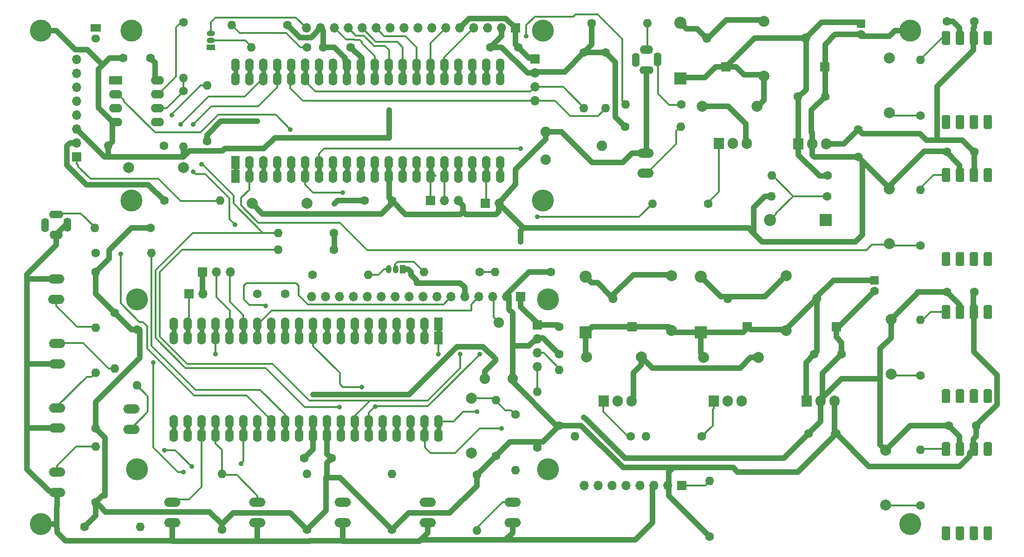
<source format=gbr>
G04 #@! TF.GenerationSoftware,KiCad,Pcbnew,(5.1.5-0-10_14)*
G04 #@! TF.CreationDate,2020-04-26T17:44:24+02:00*
G04 #@! TF.ProjectId,Main_Board_v1,4d61696e-5f42-46f6-9172-645f76312e6b,rev?*
G04 #@! TF.SameCoordinates,Original*
G04 #@! TF.FileFunction,Copper,L1,Top*
G04 #@! TF.FilePolarity,Positive*
%FSLAX46Y46*%
G04 Gerber Fmt 4.6, Leading zero omitted, Abs format (unit mm)*
G04 Created by KiCad (PCBNEW (5.1.5-0-10_14)) date 2020-04-26 17:44:24*
%MOMM*%
%LPD*%
G04 APERTURE LIST*
%ADD10C,0.100000*%
%ADD11O,1.400000X2.600000*%
%ADD12O,2.600000X1.400000*%
%ADD13O,2.400000X1.600000*%
%ADD14R,1.000000X1.500000*%
%ADD15O,1.000000X1.500000*%
%ADD16R,1.500000X1.000000*%
%ADD17O,1.500000X1.000000*%
%ADD18O,1.600000X1.400000*%
%ADD19R,1.900000X1.400000*%
%ADD20O,3.000000X1.700000*%
%ADD21C,4.000000*%
%ADD22O,1.700000X1.700000*%
%ADD23R,1.700000X1.700000*%
%ADD24C,1.900000*%
%ADD25O,1.600000X1.600000*%
%ADD26C,1.600000*%
%ADD27C,2.000000*%
%ADD28R,1.600000X1.600000*%
%ADD29O,1.600000X2.400000*%
%ADD30R,1.600000X2.400000*%
%ADD31O,1.905000X2.000000*%
%ADD32R,1.905000X2.000000*%
%ADD33R,2.400000X1.600000*%
%ADD34O,2.200000X2.200000*%
%ADD35R,2.200000X2.200000*%
%ADD36C,0.900000*%
%ADD37C,1.000000*%
%ADD38C,0.350000*%
G04 APERTURE END LIST*
D10*
G36*
X103476854Y-110014383D02*
G01*
X103476854Y-108744383D01*
X104238854Y-108744383D01*
X104238854Y-110014383D01*
X103476854Y-110014383D01*
G37*
X103476854Y-110014383D02*
X103476854Y-108744383D01*
X104238854Y-108744383D01*
X104238854Y-110014383D01*
X103476854Y-110014383D01*
G36*
X100936854Y-110014383D02*
G01*
X100936854Y-108744383D01*
X101698854Y-108744383D01*
X101698854Y-110014383D01*
X100936854Y-110014383D01*
G37*
X100936854Y-110014383D02*
X100936854Y-108744383D01*
X101698854Y-108744383D01*
X101698854Y-110014383D01*
X100936854Y-110014383D01*
G36*
X98396854Y-110014383D02*
G01*
X98396854Y-108744383D01*
X99158854Y-108744383D01*
X99158854Y-110014383D01*
X98396854Y-110014383D01*
G37*
X98396854Y-110014383D02*
X98396854Y-108744383D01*
X99158854Y-108744383D01*
X99158854Y-110014383D01*
X98396854Y-110014383D01*
G36*
X95856854Y-110014383D02*
G01*
X95856854Y-108744383D01*
X96618854Y-108744383D01*
X96618854Y-110014383D01*
X95856854Y-110014383D01*
G37*
X95856854Y-110014383D02*
X95856854Y-108744383D01*
X96618854Y-108744383D01*
X96618854Y-110014383D01*
X95856854Y-110014383D01*
G36*
X85696854Y-110014383D02*
G01*
X85696854Y-108744383D01*
X86458854Y-108744383D01*
X86458854Y-110014383D01*
X85696854Y-110014383D01*
G37*
X85696854Y-110014383D02*
X85696854Y-108744383D01*
X86458854Y-108744383D01*
X86458854Y-110014383D01*
X85696854Y-110014383D01*
G36*
X88236854Y-110014383D02*
G01*
X88236854Y-108744383D01*
X88998854Y-108744383D01*
X88998854Y-110014383D01*
X88236854Y-110014383D01*
G37*
X88236854Y-110014383D02*
X88236854Y-108744383D01*
X88998854Y-108744383D01*
X88998854Y-110014383D01*
X88236854Y-110014383D01*
G36*
X90776854Y-110014383D02*
G01*
X90776854Y-108744383D01*
X91538854Y-108744383D01*
X91538854Y-110014383D01*
X90776854Y-110014383D01*
G37*
X90776854Y-110014383D02*
X90776854Y-108744383D01*
X91538854Y-108744383D01*
X91538854Y-110014383D01*
X90776854Y-110014383D01*
G36*
X93316854Y-110014383D02*
G01*
X93316854Y-108744383D01*
X94078854Y-108744383D01*
X94078854Y-110014383D01*
X93316854Y-110014383D01*
G37*
X93316854Y-110014383D02*
X93316854Y-108744383D01*
X94078854Y-108744383D01*
X94078854Y-110014383D01*
X93316854Y-110014383D01*
G36*
X72996854Y-110014383D02*
G01*
X72996854Y-108744383D01*
X73758854Y-108744383D01*
X73758854Y-110014383D01*
X72996854Y-110014383D01*
G37*
X72996854Y-110014383D02*
X72996854Y-108744383D01*
X73758854Y-108744383D01*
X73758854Y-110014383D01*
X72996854Y-110014383D01*
G36*
X75536854Y-110014383D02*
G01*
X75536854Y-108744383D01*
X76298854Y-108744383D01*
X76298854Y-110014383D01*
X75536854Y-110014383D01*
G37*
X75536854Y-110014383D02*
X75536854Y-108744383D01*
X76298854Y-108744383D01*
X76298854Y-110014383D01*
X75536854Y-110014383D01*
G36*
X83156854Y-110014383D02*
G01*
X83156854Y-108744383D01*
X83918854Y-108744383D01*
X83918854Y-110014383D01*
X83156854Y-110014383D01*
G37*
X83156854Y-110014383D02*
X83156854Y-108744383D01*
X83918854Y-108744383D01*
X83918854Y-110014383D01*
X83156854Y-110014383D01*
G36*
X80616854Y-110014383D02*
G01*
X80616854Y-108744383D01*
X81378854Y-108744383D01*
X81378854Y-110014383D01*
X80616854Y-110014383D01*
G37*
X80616854Y-110014383D02*
X80616854Y-108744383D01*
X81378854Y-108744383D01*
X81378854Y-110014383D01*
X80616854Y-110014383D01*
G36*
X78076854Y-110014383D02*
G01*
X78076854Y-108744383D01*
X78838854Y-108744383D01*
X78838854Y-110014383D01*
X78076854Y-110014383D01*
G37*
X78076854Y-110014383D02*
X78076854Y-108744383D01*
X78838854Y-108744383D01*
X78838854Y-110014383D01*
X78076854Y-110014383D01*
G36*
X65376854Y-110014383D02*
G01*
X65376854Y-108744383D01*
X66138854Y-108744383D01*
X66138854Y-110014383D01*
X65376854Y-110014383D01*
G37*
X65376854Y-110014383D02*
X65376854Y-108744383D01*
X66138854Y-108744383D01*
X66138854Y-110014383D01*
X65376854Y-110014383D01*
G36*
X67916854Y-110014383D02*
G01*
X67916854Y-108744383D01*
X68678854Y-108744383D01*
X68678854Y-110014383D01*
X67916854Y-110014383D01*
G37*
X67916854Y-110014383D02*
X67916854Y-108744383D01*
X68678854Y-108744383D01*
X68678854Y-110014383D01*
X67916854Y-110014383D01*
G36*
X70456854Y-110014383D02*
G01*
X70456854Y-108744383D01*
X71218854Y-108744383D01*
X71218854Y-110014383D01*
X70456854Y-110014383D01*
G37*
X70456854Y-110014383D02*
X70456854Y-108744383D01*
X71218854Y-108744383D01*
X71218854Y-110014383D01*
X70456854Y-110014383D01*
G36*
X62836854Y-110014383D02*
G01*
X62836854Y-108744383D01*
X63598854Y-108744383D01*
X63598854Y-110014383D01*
X62836854Y-110014383D01*
G37*
X62836854Y-110014383D02*
X62836854Y-108744383D01*
X63598854Y-108744383D01*
X63598854Y-110014383D01*
X62836854Y-110014383D01*
G36*
X60296854Y-110014383D02*
G01*
X60296854Y-108744383D01*
X61058854Y-108744383D01*
X61058854Y-110014383D01*
X60296854Y-110014383D01*
G37*
X60296854Y-110014383D02*
X60296854Y-108744383D01*
X61058854Y-108744383D01*
X61058854Y-110014383D01*
X60296854Y-110014383D01*
G36*
X57756854Y-110014383D02*
G01*
X57756854Y-108744383D01*
X58518854Y-108744383D01*
X58518854Y-110014383D01*
X57756854Y-110014383D01*
G37*
X57756854Y-110014383D02*
X57756854Y-108744383D01*
X58518854Y-108744383D01*
X58518854Y-110014383D01*
X57756854Y-110014383D01*
G36*
X55216854Y-110014383D02*
G01*
X55216854Y-108744383D01*
X55978854Y-108744383D01*
X55978854Y-110014383D01*
X55216854Y-110014383D01*
G37*
X55216854Y-110014383D02*
X55216854Y-108744383D01*
X55978854Y-108744383D01*
X55978854Y-110014383D01*
X55216854Y-110014383D01*
G36*
X55216854Y-92234383D02*
G01*
X55216854Y-90964383D01*
X55978854Y-90964383D01*
X55978854Y-92234383D01*
X55216854Y-92234383D01*
G37*
X55216854Y-92234383D02*
X55216854Y-90964383D01*
X55978854Y-90964383D01*
X55978854Y-92234383D01*
X55216854Y-92234383D01*
G36*
X57756854Y-92234383D02*
G01*
X57756854Y-90964383D01*
X58518854Y-90964383D01*
X58518854Y-92234383D01*
X57756854Y-92234383D01*
G37*
X57756854Y-92234383D02*
X57756854Y-90964383D01*
X58518854Y-90964383D01*
X58518854Y-92234383D01*
X57756854Y-92234383D01*
G36*
X60296854Y-92234383D02*
G01*
X60296854Y-90964383D01*
X61058854Y-90964383D01*
X61058854Y-92234383D01*
X60296854Y-92234383D01*
G37*
X60296854Y-92234383D02*
X60296854Y-90964383D01*
X61058854Y-90964383D01*
X61058854Y-92234383D01*
X60296854Y-92234383D01*
G36*
X62836854Y-92234383D02*
G01*
X62836854Y-90964383D01*
X63598854Y-90964383D01*
X63598854Y-92234383D01*
X62836854Y-92234383D01*
G37*
X62836854Y-92234383D02*
X62836854Y-90964383D01*
X63598854Y-90964383D01*
X63598854Y-92234383D01*
X62836854Y-92234383D01*
G36*
X70456854Y-92234383D02*
G01*
X70456854Y-90964383D01*
X71218854Y-90964383D01*
X71218854Y-92234383D01*
X70456854Y-92234383D01*
G37*
X70456854Y-92234383D02*
X70456854Y-90964383D01*
X71218854Y-90964383D01*
X71218854Y-92234383D01*
X70456854Y-92234383D01*
G36*
X67916854Y-92234383D02*
G01*
X67916854Y-90964383D01*
X68678854Y-90964383D01*
X68678854Y-92234383D01*
X67916854Y-92234383D01*
G37*
X67916854Y-92234383D02*
X67916854Y-90964383D01*
X68678854Y-90964383D01*
X68678854Y-92234383D01*
X67916854Y-92234383D01*
G36*
X65376854Y-92234383D02*
G01*
X65376854Y-90964383D01*
X66138854Y-90964383D01*
X66138854Y-92234383D01*
X65376854Y-92234383D01*
G37*
X65376854Y-92234383D02*
X65376854Y-90964383D01*
X66138854Y-90964383D01*
X66138854Y-92234383D01*
X65376854Y-92234383D01*
G36*
X72996854Y-92234383D02*
G01*
X72996854Y-90964383D01*
X73758854Y-90964383D01*
X73758854Y-92234383D01*
X72996854Y-92234383D01*
G37*
X72996854Y-92234383D02*
X72996854Y-90964383D01*
X73758854Y-90964383D01*
X73758854Y-92234383D01*
X72996854Y-92234383D01*
G36*
X75536854Y-92234383D02*
G01*
X75536854Y-90964383D01*
X76298854Y-90964383D01*
X76298854Y-92234383D01*
X75536854Y-92234383D01*
G37*
X75536854Y-92234383D02*
X75536854Y-90964383D01*
X76298854Y-90964383D01*
X76298854Y-92234383D01*
X75536854Y-92234383D01*
G36*
X78076854Y-92234383D02*
G01*
X78076854Y-90964383D01*
X78838854Y-90964383D01*
X78838854Y-92234383D01*
X78076854Y-92234383D01*
G37*
X78076854Y-92234383D02*
X78076854Y-90964383D01*
X78838854Y-90964383D01*
X78838854Y-92234383D01*
X78076854Y-92234383D01*
G36*
X80616854Y-92234383D02*
G01*
X80616854Y-90964383D01*
X81378854Y-90964383D01*
X81378854Y-92234383D01*
X80616854Y-92234383D01*
G37*
X80616854Y-92234383D02*
X80616854Y-90964383D01*
X81378854Y-90964383D01*
X81378854Y-92234383D01*
X80616854Y-92234383D01*
G36*
X83156854Y-92234383D02*
G01*
X83156854Y-90964383D01*
X83918854Y-90964383D01*
X83918854Y-92234383D01*
X83156854Y-92234383D01*
G37*
X83156854Y-92234383D02*
X83156854Y-90964383D01*
X83918854Y-90964383D01*
X83918854Y-92234383D01*
X83156854Y-92234383D01*
G36*
X85696854Y-92234383D02*
G01*
X85696854Y-90964383D01*
X86458854Y-90964383D01*
X86458854Y-92234383D01*
X85696854Y-92234383D01*
G37*
X85696854Y-92234383D02*
X85696854Y-90964383D01*
X86458854Y-90964383D01*
X86458854Y-92234383D01*
X85696854Y-92234383D01*
G36*
X88236854Y-92234383D02*
G01*
X88236854Y-90964383D01*
X88998854Y-90964383D01*
X88998854Y-92234383D01*
X88236854Y-92234383D01*
G37*
X88236854Y-92234383D02*
X88236854Y-90964383D01*
X88998854Y-90964383D01*
X88998854Y-92234383D01*
X88236854Y-92234383D01*
G36*
X90776854Y-92234383D02*
G01*
X90776854Y-90964383D01*
X91538854Y-90964383D01*
X91538854Y-92234383D01*
X90776854Y-92234383D01*
G37*
X90776854Y-92234383D02*
X90776854Y-90964383D01*
X91538854Y-90964383D01*
X91538854Y-92234383D01*
X90776854Y-92234383D01*
G36*
X93316854Y-92234383D02*
G01*
X93316854Y-90964383D01*
X94078854Y-90964383D01*
X94078854Y-92234383D01*
X93316854Y-92234383D01*
G37*
X93316854Y-92234383D02*
X93316854Y-90964383D01*
X94078854Y-90964383D01*
X94078854Y-92234383D01*
X93316854Y-92234383D01*
G36*
X95856854Y-92234383D02*
G01*
X95856854Y-90964383D01*
X96618854Y-90964383D01*
X96618854Y-92234383D01*
X95856854Y-92234383D01*
G37*
X95856854Y-92234383D02*
X95856854Y-90964383D01*
X96618854Y-90964383D01*
X96618854Y-92234383D01*
X95856854Y-92234383D01*
G36*
X98396854Y-92234383D02*
G01*
X98396854Y-90964383D01*
X99158854Y-90964383D01*
X99158854Y-92234383D01*
X98396854Y-92234383D01*
G37*
X98396854Y-92234383D02*
X98396854Y-90964383D01*
X99158854Y-90964383D01*
X99158854Y-92234383D01*
X98396854Y-92234383D01*
G36*
X103476854Y-92234383D02*
G01*
X103476854Y-90964383D01*
X104238854Y-90964383D01*
X104238854Y-92234383D01*
X103476854Y-92234383D01*
G37*
X103476854Y-92234383D02*
X103476854Y-90964383D01*
X104238854Y-90964383D01*
X104238854Y-92234383D01*
X103476854Y-92234383D01*
G36*
X100936854Y-92234383D02*
G01*
X100936854Y-90964383D01*
X101698854Y-90964383D01*
X101698854Y-92234383D01*
X100936854Y-92234383D01*
G37*
X100936854Y-92234383D02*
X100936854Y-90964383D01*
X101698854Y-90964383D01*
X101698854Y-92234383D01*
X100936854Y-92234383D01*
G36*
X67238854Y-43724383D02*
G01*
X67238854Y-44994383D01*
X66476854Y-44994383D01*
X66476854Y-43724383D01*
X67238854Y-43724383D01*
G37*
X67238854Y-43724383D02*
X67238854Y-44994383D01*
X66476854Y-44994383D01*
X66476854Y-43724383D01*
X67238854Y-43724383D01*
G36*
X69778854Y-43724383D02*
G01*
X69778854Y-44994383D01*
X69016854Y-44994383D01*
X69016854Y-43724383D01*
X69778854Y-43724383D01*
G37*
X69778854Y-43724383D02*
X69778854Y-44994383D01*
X69016854Y-44994383D01*
X69016854Y-43724383D01*
X69778854Y-43724383D01*
G36*
X72318854Y-43724383D02*
G01*
X72318854Y-44994383D01*
X71556854Y-44994383D01*
X71556854Y-43724383D01*
X72318854Y-43724383D01*
G37*
X72318854Y-43724383D02*
X72318854Y-44994383D01*
X71556854Y-44994383D01*
X71556854Y-43724383D01*
X72318854Y-43724383D01*
G36*
X74858854Y-43724383D02*
G01*
X74858854Y-44994383D01*
X74096854Y-44994383D01*
X74096854Y-43724383D01*
X74858854Y-43724383D01*
G37*
X74858854Y-43724383D02*
X74858854Y-44994383D01*
X74096854Y-44994383D01*
X74096854Y-43724383D01*
X74858854Y-43724383D01*
G36*
X85018854Y-43724383D02*
G01*
X85018854Y-44994383D01*
X84256854Y-44994383D01*
X84256854Y-43724383D01*
X85018854Y-43724383D01*
G37*
X85018854Y-43724383D02*
X85018854Y-44994383D01*
X84256854Y-44994383D01*
X84256854Y-43724383D01*
X85018854Y-43724383D01*
G36*
X82478854Y-43724383D02*
G01*
X82478854Y-44994383D01*
X81716854Y-44994383D01*
X81716854Y-43724383D01*
X82478854Y-43724383D01*
G37*
X82478854Y-43724383D02*
X82478854Y-44994383D01*
X81716854Y-44994383D01*
X81716854Y-43724383D01*
X82478854Y-43724383D01*
G36*
X79938854Y-43724383D02*
G01*
X79938854Y-44994383D01*
X79176854Y-44994383D01*
X79176854Y-43724383D01*
X79938854Y-43724383D01*
G37*
X79938854Y-43724383D02*
X79938854Y-44994383D01*
X79176854Y-44994383D01*
X79176854Y-43724383D01*
X79938854Y-43724383D01*
G36*
X77398854Y-43724383D02*
G01*
X77398854Y-44994383D01*
X76636854Y-44994383D01*
X76636854Y-43724383D01*
X77398854Y-43724383D01*
G37*
X77398854Y-43724383D02*
X77398854Y-44994383D01*
X76636854Y-44994383D01*
X76636854Y-43724383D01*
X77398854Y-43724383D01*
G36*
X97718854Y-43724383D02*
G01*
X97718854Y-44994383D01*
X96956854Y-44994383D01*
X96956854Y-43724383D01*
X97718854Y-43724383D01*
G37*
X97718854Y-43724383D02*
X97718854Y-44994383D01*
X96956854Y-44994383D01*
X96956854Y-43724383D01*
X97718854Y-43724383D01*
G36*
X95178854Y-43724383D02*
G01*
X95178854Y-44994383D01*
X94416854Y-44994383D01*
X94416854Y-43724383D01*
X95178854Y-43724383D01*
G37*
X95178854Y-43724383D02*
X95178854Y-44994383D01*
X94416854Y-44994383D01*
X94416854Y-43724383D01*
X95178854Y-43724383D01*
G36*
X87558854Y-43724383D02*
G01*
X87558854Y-44994383D01*
X86796854Y-44994383D01*
X86796854Y-43724383D01*
X87558854Y-43724383D01*
G37*
X87558854Y-43724383D02*
X87558854Y-44994383D01*
X86796854Y-44994383D01*
X86796854Y-43724383D01*
X87558854Y-43724383D01*
G36*
X90098854Y-43724383D02*
G01*
X90098854Y-44994383D01*
X89336854Y-44994383D01*
X89336854Y-43724383D01*
X90098854Y-43724383D01*
G37*
X90098854Y-43724383D02*
X90098854Y-44994383D01*
X89336854Y-44994383D01*
X89336854Y-43724383D01*
X90098854Y-43724383D01*
G36*
X92638854Y-43724383D02*
G01*
X92638854Y-44994383D01*
X91876854Y-44994383D01*
X91876854Y-43724383D01*
X92638854Y-43724383D01*
G37*
X92638854Y-43724383D02*
X92638854Y-44994383D01*
X91876854Y-44994383D01*
X91876854Y-43724383D01*
X92638854Y-43724383D01*
G36*
X105338854Y-43724383D02*
G01*
X105338854Y-44994383D01*
X104576854Y-44994383D01*
X104576854Y-43724383D01*
X105338854Y-43724383D01*
G37*
X105338854Y-43724383D02*
X105338854Y-44994383D01*
X104576854Y-44994383D01*
X104576854Y-43724383D01*
X105338854Y-43724383D01*
G36*
X102798854Y-43724383D02*
G01*
X102798854Y-44994383D01*
X102036854Y-44994383D01*
X102036854Y-43724383D01*
X102798854Y-43724383D01*
G37*
X102798854Y-43724383D02*
X102798854Y-44994383D01*
X102036854Y-44994383D01*
X102036854Y-43724383D01*
X102798854Y-43724383D01*
G36*
X100258854Y-43724383D02*
G01*
X100258854Y-44994383D01*
X99496854Y-44994383D01*
X99496854Y-43724383D01*
X100258854Y-43724383D01*
G37*
X100258854Y-43724383D02*
X100258854Y-44994383D01*
X99496854Y-44994383D01*
X99496854Y-43724383D01*
X100258854Y-43724383D01*
G36*
X107878854Y-43724383D02*
G01*
X107878854Y-44994383D01*
X107116854Y-44994383D01*
X107116854Y-43724383D01*
X107878854Y-43724383D01*
G37*
X107878854Y-43724383D02*
X107878854Y-44994383D01*
X107116854Y-44994383D01*
X107116854Y-43724383D01*
X107878854Y-43724383D01*
G36*
X110418854Y-43724383D02*
G01*
X110418854Y-44994383D01*
X109656854Y-44994383D01*
X109656854Y-43724383D01*
X110418854Y-43724383D01*
G37*
X110418854Y-43724383D02*
X110418854Y-44994383D01*
X109656854Y-44994383D01*
X109656854Y-43724383D01*
X110418854Y-43724383D01*
G36*
X112958854Y-43724383D02*
G01*
X112958854Y-44994383D01*
X112196854Y-44994383D01*
X112196854Y-43724383D01*
X112958854Y-43724383D01*
G37*
X112958854Y-43724383D02*
X112958854Y-44994383D01*
X112196854Y-44994383D01*
X112196854Y-43724383D01*
X112958854Y-43724383D01*
G36*
X115498854Y-43724383D02*
G01*
X115498854Y-44994383D01*
X114736854Y-44994383D01*
X114736854Y-43724383D01*
X115498854Y-43724383D01*
G37*
X115498854Y-43724383D02*
X115498854Y-44994383D01*
X114736854Y-44994383D01*
X114736854Y-43724383D01*
X115498854Y-43724383D01*
G36*
X115498854Y-61504383D02*
G01*
X115498854Y-62774383D01*
X114736854Y-62774383D01*
X114736854Y-61504383D01*
X115498854Y-61504383D01*
G37*
X115498854Y-61504383D02*
X115498854Y-62774383D01*
X114736854Y-62774383D01*
X114736854Y-61504383D01*
X115498854Y-61504383D01*
G36*
X112958854Y-61504383D02*
G01*
X112958854Y-62774383D01*
X112196854Y-62774383D01*
X112196854Y-61504383D01*
X112958854Y-61504383D01*
G37*
X112958854Y-61504383D02*
X112958854Y-62774383D01*
X112196854Y-62774383D01*
X112196854Y-61504383D01*
X112958854Y-61504383D01*
G36*
X110418854Y-61504383D02*
G01*
X110418854Y-62774383D01*
X109656854Y-62774383D01*
X109656854Y-61504383D01*
X110418854Y-61504383D01*
G37*
X110418854Y-61504383D02*
X110418854Y-62774383D01*
X109656854Y-62774383D01*
X109656854Y-61504383D01*
X110418854Y-61504383D01*
G36*
X107878854Y-61504383D02*
G01*
X107878854Y-62774383D01*
X107116854Y-62774383D01*
X107116854Y-61504383D01*
X107878854Y-61504383D01*
G37*
X107878854Y-61504383D02*
X107878854Y-62774383D01*
X107116854Y-62774383D01*
X107116854Y-61504383D01*
X107878854Y-61504383D01*
G36*
X100258854Y-61504383D02*
G01*
X100258854Y-62774383D01*
X99496854Y-62774383D01*
X99496854Y-61504383D01*
X100258854Y-61504383D01*
G37*
X100258854Y-61504383D02*
X100258854Y-62774383D01*
X99496854Y-62774383D01*
X99496854Y-61504383D01*
X100258854Y-61504383D01*
G36*
X102798854Y-61504383D02*
G01*
X102798854Y-62774383D01*
X102036854Y-62774383D01*
X102036854Y-61504383D01*
X102798854Y-61504383D01*
G37*
X102798854Y-61504383D02*
X102798854Y-62774383D01*
X102036854Y-62774383D01*
X102036854Y-61504383D01*
X102798854Y-61504383D01*
G36*
X105338854Y-61504383D02*
G01*
X105338854Y-62774383D01*
X104576854Y-62774383D01*
X104576854Y-61504383D01*
X105338854Y-61504383D01*
G37*
X105338854Y-61504383D02*
X105338854Y-62774383D01*
X104576854Y-62774383D01*
X104576854Y-61504383D01*
X105338854Y-61504383D01*
G36*
X97718854Y-61504383D02*
G01*
X97718854Y-62774383D01*
X96956854Y-62774383D01*
X96956854Y-61504383D01*
X97718854Y-61504383D01*
G37*
X97718854Y-61504383D02*
X97718854Y-62774383D01*
X96956854Y-62774383D01*
X96956854Y-61504383D01*
X97718854Y-61504383D01*
G36*
X95178854Y-61504383D02*
G01*
X95178854Y-62774383D01*
X94416854Y-62774383D01*
X94416854Y-61504383D01*
X95178854Y-61504383D01*
G37*
X95178854Y-61504383D02*
X95178854Y-62774383D01*
X94416854Y-62774383D01*
X94416854Y-61504383D01*
X95178854Y-61504383D01*
G36*
X92638854Y-61504383D02*
G01*
X92638854Y-62774383D01*
X91876854Y-62774383D01*
X91876854Y-61504383D01*
X92638854Y-61504383D01*
G37*
X92638854Y-61504383D02*
X92638854Y-62774383D01*
X91876854Y-62774383D01*
X91876854Y-61504383D01*
X92638854Y-61504383D01*
G36*
X90098854Y-61504383D02*
G01*
X90098854Y-62774383D01*
X89336854Y-62774383D01*
X89336854Y-61504383D01*
X90098854Y-61504383D01*
G37*
X90098854Y-61504383D02*
X90098854Y-62774383D01*
X89336854Y-62774383D01*
X89336854Y-61504383D01*
X90098854Y-61504383D01*
G36*
X87558854Y-61504383D02*
G01*
X87558854Y-62774383D01*
X86796854Y-62774383D01*
X86796854Y-61504383D01*
X87558854Y-61504383D01*
G37*
X87558854Y-61504383D02*
X87558854Y-62774383D01*
X86796854Y-62774383D01*
X86796854Y-61504383D01*
X87558854Y-61504383D01*
G36*
X85018854Y-61504383D02*
G01*
X85018854Y-62774383D01*
X84256854Y-62774383D01*
X84256854Y-61504383D01*
X85018854Y-61504383D01*
G37*
X85018854Y-61504383D02*
X85018854Y-62774383D01*
X84256854Y-62774383D01*
X84256854Y-61504383D01*
X85018854Y-61504383D01*
G36*
X82478854Y-61504383D02*
G01*
X82478854Y-62774383D01*
X81716854Y-62774383D01*
X81716854Y-61504383D01*
X82478854Y-61504383D01*
G37*
X82478854Y-61504383D02*
X82478854Y-62774383D01*
X81716854Y-62774383D01*
X81716854Y-61504383D01*
X82478854Y-61504383D01*
G36*
X79938854Y-61504383D02*
G01*
X79938854Y-62774383D01*
X79176854Y-62774383D01*
X79176854Y-61504383D01*
X79938854Y-61504383D01*
G37*
X79938854Y-61504383D02*
X79938854Y-62774383D01*
X79176854Y-62774383D01*
X79176854Y-61504383D01*
X79938854Y-61504383D01*
G36*
X77398854Y-61504383D02*
G01*
X77398854Y-62774383D01*
X76636854Y-62774383D01*
X76636854Y-61504383D01*
X77398854Y-61504383D01*
G37*
X77398854Y-61504383D02*
X77398854Y-62774383D01*
X76636854Y-62774383D01*
X76636854Y-61504383D01*
X77398854Y-61504383D01*
G36*
X74858854Y-61504383D02*
G01*
X74858854Y-62774383D01*
X74096854Y-62774383D01*
X74096854Y-61504383D01*
X74858854Y-61504383D01*
G37*
X74858854Y-61504383D02*
X74858854Y-62774383D01*
X74096854Y-62774383D01*
X74096854Y-61504383D01*
X74858854Y-61504383D01*
G36*
X72318854Y-61504383D02*
G01*
X72318854Y-62774383D01*
X71556854Y-62774383D01*
X71556854Y-61504383D01*
X72318854Y-61504383D01*
G37*
X72318854Y-61504383D02*
X72318854Y-62774383D01*
X71556854Y-62774383D01*
X71556854Y-61504383D01*
X72318854Y-61504383D01*
G36*
X67238854Y-61504383D02*
G01*
X67238854Y-62774383D01*
X66476854Y-62774383D01*
X66476854Y-61504383D01*
X67238854Y-61504383D01*
G37*
X67238854Y-61504383D02*
X67238854Y-62774383D01*
X66476854Y-62774383D01*
X66476854Y-61504383D01*
X67238854Y-61504383D01*
G36*
X69778854Y-61504383D02*
G01*
X69778854Y-62774383D01*
X69016854Y-62774383D01*
X69016854Y-61504383D01*
X69778854Y-61504383D01*
G37*
X69778854Y-61504383D02*
X69778854Y-62774383D01*
X69016854Y-62774383D01*
X69016854Y-61504383D01*
X69778854Y-61504383D01*
D11*
X36182854Y-72269383D03*
X32132854Y-72319383D03*
D12*
X34157854Y-70419383D03*
D13*
X34157854Y-74119383D03*
D11*
X139782854Y-42169383D03*
X143832854Y-42119383D03*
D12*
X141807854Y-44019383D03*
D13*
X141807854Y-40319383D03*
D14*
X97357854Y-80369383D03*
D15*
X94817854Y-80369383D03*
X96087854Y-80369383D03*
D16*
X62357854Y-39869383D03*
D17*
X62357854Y-37329383D03*
X62357854Y-38599383D03*
D18*
X41357854Y-38269383D03*
D19*
X41357854Y-36369383D03*
D20*
X47857854Y-109569383D03*
X47857854Y-105869383D03*
D21*
X47857854Y-36869383D03*
X47857854Y-67869383D03*
X122857854Y-67869383D03*
X122857854Y-36869383D03*
D22*
X79757854Y-36369383D03*
X82297854Y-36369383D03*
X84837854Y-36369383D03*
X87377854Y-36369383D03*
X89917854Y-36369383D03*
X92457854Y-36369383D03*
X94997854Y-36369383D03*
X97537854Y-36369383D03*
X100077854Y-36369383D03*
X102617854Y-36369383D03*
X105157854Y-36369383D03*
X107697854Y-36369383D03*
X110237854Y-36369383D03*
X112777854Y-36369383D03*
X115317854Y-36369383D03*
D23*
X117857854Y-36369383D03*
D21*
X48857854Y-85869383D03*
X48857854Y-116869383D03*
X123857854Y-116869383D03*
X123857854Y-85869383D03*
D22*
X80757854Y-85369383D03*
X83297854Y-85369383D03*
X85837854Y-85369383D03*
X88377854Y-85369383D03*
X90917854Y-85369383D03*
X93457854Y-85369383D03*
X95997854Y-85369383D03*
X98537854Y-85369383D03*
X101077854Y-85369383D03*
X103617854Y-85369383D03*
X106157854Y-85369383D03*
X108697854Y-85369383D03*
X111237854Y-85369383D03*
X113777854Y-85369383D03*
X116317854Y-85369383D03*
D23*
X118857854Y-85369383D03*
D24*
X117357854Y-100369383D03*
X114857854Y-90069383D03*
X112277854Y-100369383D03*
X123357854Y-60369383D03*
X133657854Y-57869383D03*
X123357854Y-55289383D03*
D25*
X91017854Y-81369383D03*
D26*
X80857854Y-81369383D03*
D25*
X101197854Y-80869383D03*
D26*
X111357854Y-80869383D03*
D25*
X114197854Y-80869383D03*
D26*
X124357854Y-80869383D03*
D25*
X69697854Y-39869383D03*
D26*
X79857854Y-39869383D03*
D25*
X66197854Y-35869383D03*
D26*
X76357854Y-35869383D03*
G04 #@! TA.AperFunction,SMDPad,CuDef*
D10*
G36*
X196808199Y-36901718D02*
G01*
X196845183Y-36907204D01*
X196881452Y-36916289D01*
X196916656Y-36928885D01*
X196950456Y-36944871D01*
X196982526Y-36964093D01*
X197012558Y-36986366D01*
X197040262Y-37011475D01*
X197065371Y-37039179D01*
X197087644Y-37069211D01*
X197106866Y-37101281D01*
X197122852Y-37135081D01*
X197135448Y-37170285D01*
X197144533Y-37206554D01*
X197150019Y-37243538D01*
X197151854Y-37280883D01*
X197151854Y-39058883D01*
X197150019Y-39096228D01*
X197144533Y-39133212D01*
X197135448Y-39169481D01*
X197122852Y-39204685D01*
X197106866Y-39238485D01*
X197087644Y-39270555D01*
X197065371Y-39300587D01*
X197040262Y-39328291D01*
X197012558Y-39353400D01*
X196982526Y-39375673D01*
X196950456Y-39394895D01*
X196916656Y-39410881D01*
X196881452Y-39423477D01*
X196845183Y-39432562D01*
X196808199Y-39438048D01*
X196770854Y-39439883D01*
X196008854Y-39439883D01*
X195971509Y-39438048D01*
X195934525Y-39432562D01*
X195898256Y-39423477D01*
X195863052Y-39410881D01*
X195829252Y-39394895D01*
X195797182Y-39375673D01*
X195767150Y-39353400D01*
X195739446Y-39328291D01*
X195714337Y-39300587D01*
X195692064Y-39270555D01*
X195672842Y-39238485D01*
X195656856Y-39204685D01*
X195644260Y-39169481D01*
X195635175Y-39133212D01*
X195629689Y-39096228D01*
X195627854Y-39058883D01*
X195627854Y-37280883D01*
X195629689Y-37243538D01*
X195635175Y-37206554D01*
X195644260Y-37170285D01*
X195656856Y-37135081D01*
X195672842Y-37101281D01*
X195692064Y-37069211D01*
X195714337Y-37039179D01*
X195739446Y-37011475D01*
X195767150Y-36986366D01*
X195797182Y-36964093D01*
X195829252Y-36944871D01*
X195863052Y-36928885D01*
X195898256Y-36916289D01*
X195934525Y-36907204D01*
X195971509Y-36901718D01*
X196008854Y-36899883D01*
X196770854Y-36899883D01*
X196808199Y-36901718D01*
G37*
G04 #@! TD.AperFunction*
G04 #@! TA.AperFunction,SMDPad,CuDef*
G36*
X199348199Y-36901718D02*
G01*
X199385183Y-36907204D01*
X199421452Y-36916289D01*
X199456656Y-36928885D01*
X199490456Y-36944871D01*
X199522526Y-36964093D01*
X199552558Y-36986366D01*
X199580262Y-37011475D01*
X199605371Y-37039179D01*
X199627644Y-37069211D01*
X199646866Y-37101281D01*
X199662852Y-37135081D01*
X199675448Y-37170285D01*
X199684533Y-37206554D01*
X199690019Y-37243538D01*
X199691854Y-37280883D01*
X199691854Y-39058883D01*
X199690019Y-39096228D01*
X199684533Y-39133212D01*
X199675448Y-39169481D01*
X199662852Y-39204685D01*
X199646866Y-39238485D01*
X199627644Y-39270555D01*
X199605371Y-39300587D01*
X199580262Y-39328291D01*
X199552558Y-39353400D01*
X199522526Y-39375673D01*
X199490456Y-39394895D01*
X199456656Y-39410881D01*
X199421452Y-39423477D01*
X199385183Y-39432562D01*
X199348199Y-39438048D01*
X199310854Y-39439883D01*
X198548854Y-39439883D01*
X198511509Y-39438048D01*
X198474525Y-39432562D01*
X198438256Y-39423477D01*
X198403052Y-39410881D01*
X198369252Y-39394895D01*
X198337182Y-39375673D01*
X198307150Y-39353400D01*
X198279446Y-39328291D01*
X198254337Y-39300587D01*
X198232064Y-39270555D01*
X198212842Y-39238485D01*
X198196856Y-39204685D01*
X198184260Y-39169481D01*
X198175175Y-39133212D01*
X198169689Y-39096228D01*
X198167854Y-39058883D01*
X198167854Y-37280883D01*
X198169689Y-37243538D01*
X198175175Y-37206554D01*
X198184260Y-37170285D01*
X198196856Y-37135081D01*
X198212842Y-37101281D01*
X198232064Y-37069211D01*
X198254337Y-37039179D01*
X198279446Y-37011475D01*
X198307150Y-36986366D01*
X198337182Y-36964093D01*
X198369252Y-36944871D01*
X198403052Y-36928885D01*
X198438256Y-36916289D01*
X198474525Y-36907204D01*
X198511509Y-36901718D01*
X198548854Y-36899883D01*
X199310854Y-36899883D01*
X199348199Y-36901718D01*
G37*
G04 #@! TD.AperFunction*
G04 #@! TA.AperFunction,SMDPad,CuDef*
G36*
X201888199Y-36901718D02*
G01*
X201925183Y-36907204D01*
X201961452Y-36916289D01*
X201996656Y-36928885D01*
X202030456Y-36944871D01*
X202062526Y-36964093D01*
X202092558Y-36986366D01*
X202120262Y-37011475D01*
X202145371Y-37039179D01*
X202167644Y-37069211D01*
X202186866Y-37101281D01*
X202202852Y-37135081D01*
X202215448Y-37170285D01*
X202224533Y-37206554D01*
X202230019Y-37243538D01*
X202231854Y-37280883D01*
X202231854Y-39058883D01*
X202230019Y-39096228D01*
X202224533Y-39133212D01*
X202215448Y-39169481D01*
X202202852Y-39204685D01*
X202186866Y-39238485D01*
X202167644Y-39270555D01*
X202145371Y-39300587D01*
X202120262Y-39328291D01*
X202092558Y-39353400D01*
X202062526Y-39375673D01*
X202030456Y-39394895D01*
X201996656Y-39410881D01*
X201961452Y-39423477D01*
X201925183Y-39432562D01*
X201888199Y-39438048D01*
X201850854Y-39439883D01*
X201088854Y-39439883D01*
X201051509Y-39438048D01*
X201014525Y-39432562D01*
X200978256Y-39423477D01*
X200943052Y-39410881D01*
X200909252Y-39394895D01*
X200877182Y-39375673D01*
X200847150Y-39353400D01*
X200819446Y-39328291D01*
X200794337Y-39300587D01*
X200772064Y-39270555D01*
X200752842Y-39238485D01*
X200736856Y-39204685D01*
X200724260Y-39169481D01*
X200715175Y-39133212D01*
X200709689Y-39096228D01*
X200707854Y-39058883D01*
X200707854Y-37280883D01*
X200709689Y-37243538D01*
X200715175Y-37206554D01*
X200724260Y-37170285D01*
X200736856Y-37135081D01*
X200752842Y-37101281D01*
X200772064Y-37069211D01*
X200794337Y-37039179D01*
X200819446Y-37011475D01*
X200847150Y-36986366D01*
X200877182Y-36964093D01*
X200909252Y-36944871D01*
X200943052Y-36928885D01*
X200978256Y-36916289D01*
X201014525Y-36907204D01*
X201051509Y-36901718D01*
X201088854Y-36899883D01*
X201850854Y-36899883D01*
X201888199Y-36901718D01*
G37*
G04 #@! TD.AperFunction*
G04 #@! TA.AperFunction,SMDPad,CuDef*
G36*
X204428199Y-36901718D02*
G01*
X204465183Y-36907204D01*
X204501452Y-36916289D01*
X204536656Y-36928885D01*
X204570456Y-36944871D01*
X204602526Y-36964093D01*
X204632558Y-36986366D01*
X204660262Y-37011475D01*
X204685371Y-37039179D01*
X204707644Y-37069211D01*
X204726866Y-37101281D01*
X204742852Y-37135081D01*
X204755448Y-37170285D01*
X204764533Y-37206554D01*
X204770019Y-37243538D01*
X204771854Y-37280883D01*
X204771854Y-39058883D01*
X204770019Y-39096228D01*
X204764533Y-39133212D01*
X204755448Y-39169481D01*
X204742852Y-39204685D01*
X204726866Y-39238485D01*
X204707644Y-39270555D01*
X204685371Y-39300587D01*
X204660262Y-39328291D01*
X204632558Y-39353400D01*
X204602526Y-39375673D01*
X204570456Y-39394895D01*
X204536656Y-39410881D01*
X204501452Y-39423477D01*
X204465183Y-39432562D01*
X204428199Y-39438048D01*
X204390854Y-39439883D01*
X203628854Y-39439883D01*
X203591509Y-39438048D01*
X203554525Y-39432562D01*
X203518256Y-39423477D01*
X203483052Y-39410881D01*
X203449252Y-39394895D01*
X203417182Y-39375673D01*
X203387150Y-39353400D01*
X203359446Y-39328291D01*
X203334337Y-39300587D01*
X203312064Y-39270555D01*
X203292842Y-39238485D01*
X203276856Y-39204685D01*
X203264260Y-39169481D01*
X203255175Y-39133212D01*
X203249689Y-39096228D01*
X203247854Y-39058883D01*
X203247854Y-37280883D01*
X203249689Y-37243538D01*
X203255175Y-37206554D01*
X203264260Y-37170285D01*
X203276856Y-37135081D01*
X203292842Y-37101281D01*
X203312064Y-37069211D01*
X203334337Y-37039179D01*
X203359446Y-37011475D01*
X203387150Y-36986366D01*
X203417182Y-36964093D01*
X203449252Y-36944871D01*
X203483052Y-36928885D01*
X203518256Y-36916289D01*
X203554525Y-36907204D01*
X203591509Y-36901718D01*
X203628854Y-36899883D01*
X204390854Y-36899883D01*
X204428199Y-36901718D01*
G37*
G04 #@! TD.AperFunction*
G04 #@! TA.AperFunction,SMDPad,CuDef*
G36*
X204428199Y-52235718D02*
G01*
X204465183Y-52241204D01*
X204501452Y-52250289D01*
X204536656Y-52262885D01*
X204570456Y-52278871D01*
X204602526Y-52298093D01*
X204632558Y-52320366D01*
X204660262Y-52345475D01*
X204685371Y-52373179D01*
X204707644Y-52403211D01*
X204726866Y-52435281D01*
X204742852Y-52469081D01*
X204755448Y-52504285D01*
X204764533Y-52540554D01*
X204770019Y-52577538D01*
X204771854Y-52614883D01*
X204771854Y-54392883D01*
X204770019Y-54430228D01*
X204764533Y-54467212D01*
X204755448Y-54503481D01*
X204742852Y-54538685D01*
X204726866Y-54572485D01*
X204707644Y-54604555D01*
X204685371Y-54634587D01*
X204660262Y-54662291D01*
X204632558Y-54687400D01*
X204602526Y-54709673D01*
X204570456Y-54728895D01*
X204536656Y-54744881D01*
X204501452Y-54757477D01*
X204465183Y-54766562D01*
X204428199Y-54772048D01*
X204390854Y-54773883D01*
X203628854Y-54773883D01*
X203591509Y-54772048D01*
X203554525Y-54766562D01*
X203518256Y-54757477D01*
X203483052Y-54744881D01*
X203449252Y-54728895D01*
X203417182Y-54709673D01*
X203387150Y-54687400D01*
X203359446Y-54662291D01*
X203334337Y-54634587D01*
X203312064Y-54604555D01*
X203292842Y-54572485D01*
X203276856Y-54538685D01*
X203264260Y-54503481D01*
X203255175Y-54467212D01*
X203249689Y-54430228D01*
X203247854Y-54392883D01*
X203247854Y-52614883D01*
X203249689Y-52577538D01*
X203255175Y-52540554D01*
X203264260Y-52504285D01*
X203276856Y-52469081D01*
X203292842Y-52435281D01*
X203312064Y-52403211D01*
X203334337Y-52373179D01*
X203359446Y-52345475D01*
X203387150Y-52320366D01*
X203417182Y-52298093D01*
X203449252Y-52278871D01*
X203483052Y-52262885D01*
X203518256Y-52250289D01*
X203554525Y-52241204D01*
X203591509Y-52235718D01*
X203628854Y-52233883D01*
X204390854Y-52233883D01*
X204428199Y-52235718D01*
G37*
G04 #@! TD.AperFunction*
G04 #@! TA.AperFunction,SMDPad,CuDef*
G36*
X201888199Y-52235718D02*
G01*
X201925183Y-52241204D01*
X201961452Y-52250289D01*
X201996656Y-52262885D01*
X202030456Y-52278871D01*
X202062526Y-52298093D01*
X202092558Y-52320366D01*
X202120262Y-52345475D01*
X202145371Y-52373179D01*
X202167644Y-52403211D01*
X202186866Y-52435281D01*
X202202852Y-52469081D01*
X202215448Y-52504285D01*
X202224533Y-52540554D01*
X202230019Y-52577538D01*
X202231854Y-52614883D01*
X202231854Y-54392883D01*
X202230019Y-54430228D01*
X202224533Y-54467212D01*
X202215448Y-54503481D01*
X202202852Y-54538685D01*
X202186866Y-54572485D01*
X202167644Y-54604555D01*
X202145371Y-54634587D01*
X202120262Y-54662291D01*
X202092558Y-54687400D01*
X202062526Y-54709673D01*
X202030456Y-54728895D01*
X201996656Y-54744881D01*
X201961452Y-54757477D01*
X201925183Y-54766562D01*
X201888199Y-54772048D01*
X201850854Y-54773883D01*
X201088854Y-54773883D01*
X201051509Y-54772048D01*
X201014525Y-54766562D01*
X200978256Y-54757477D01*
X200943052Y-54744881D01*
X200909252Y-54728895D01*
X200877182Y-54709673D01*
X200847150Y-54687400D01*
X200819446Y-54662291D01*
X200794337Y-54634587D01*
X200772064Y-54604555D01*
X200752842Y-54572485D01*
X200736856Y-54538685D01*
X200724260Y-54503481D01*
X200715175Y-54467212D01*
X200709689Y-54430228D01*
X200707854Y-54392883D01*
X200707854Y-52614883D01*
X200709689Y-52577538D01*
X200715175Y-52540554D01*
X200724260Y-52504285D01*
X200736856Y-52469081D01*
X200752842Y-52435281D01*
X200772064Y-52403211D01*
X200794337Y-52373179D01*
X200819446Y-52345475D01*
X200847150Y-52320366D01*
X200877182Y-52298093D01*
X200909252Y-52278871D01*
X200943052Y-52262885D01*
X200978256Y-52250289D01*
X201014525Y-52241204D01*
X201051509Y-52235718D01*
X201088854Y-52233883D01*
X201850854Y-52233883D01*
X201888199Y-52235718D01*
G37*
G04 #@! TD.AperFunction*
G04 #@! TA.AperFunction,SMDPad,CuDef*
G36*
X199348199Y-52235718D02*
G01*
X199385183Y-52241204D01*
X199421452Y-52250289D01*
X199456656Y-52262885D01*
X199490456Y-52278871D01*
X199522526Y-52298093D01*
X199552558Y-52320366D01*
X199580262Y-52345475D01*
X199605371Y-52373179D01*
X199627644Y-52403211D01*
X199646866Y-52435281D01*
X199662852Y-52469081D01*
X199675448Y-52504285D01*
X199684533Y-52540554D01*
X199690019Y-52577538D01*
X199691854Y-52614883D01*
X199691854Y-54392883D01*
X199690019Y-54430228D01*
X199684533Y-54467212D01*
X199675448Y-54503481D01*
X199662852Y-54538685D01*
X199646866Y-54572485D01*
X199627644Y-54604555D01*
X199605371Y-54634587D01*
X199580262Y-54662291D01*
X199552558Y-54687400D01*
X199522526Y-54709673D01*
X199490456Y-54728895D01*
X199456656Y-54744881D01*
X199421452Y-54757477D01*
X199385183Y-54766562D01*
X199348199Y-54772048D01*
X199310854Y-54773883D01*
X198548854Y-54773883D01*
X198511509Y-54772048D01*
X198474525Y-54766562D01*
X198438256Y-54757477D01*
X198403052Y-54744881D01*
X198369252Y-54728895D01*
X198337182Y-54709673D01*
X198307150Y-54687400D01*
X198279446Y-54662291D01*
X198254337Y-54634587D01*
X198232064Y-54604555D01*
X198212842Y-54572485D01*
X198196856Y-54538685D01*
X198184260Y-54503481D01*
X198175175Y-54467212D01*
X198169689Y-54430228D01*
X198167854Y-54392883D01*
X198167854Y-52614883D01*
X198169689Y-52577538D01*
X198175175Y-52540554D01*
X198184260Y-52504285D01*
X198196856Y-52469081D01*
X198212842Y-52435281D01*
X198232064Y-52403211D01*
X198254337Y-52373179D01*
X198279446Y-52345475D01*
X198307150Y-52320366D01*
X198337182Y-52298093D01*
X198369252Y-52278871D01*
X198403052Y-52262885D01*
X198438256Y-52250289D01*
X198474525Y-52241204D01*
X198511509Y-52235718D01*
X198548854Y-52233883D01*
X199310854Y-52233883D01*
X199348199Y-52235718D01*
G37*
G04 #@! TD.AperFunction*
G04 #@! TA.AperFunction,SMDPad,CuDef*
G36*
X196808199Y-52235718D02*
G01*
X196845183Y-52241204D01*
X196881452Y-52250289D01*
X196916656Y-52262885D01*
X196950456Y-52278871D01*
X196982526Y-52298093D01*
X197012558Y-52320366D01*
X197040262Y-52345475D01*
X197065371Y-52373179D01*
X197087644Y-52403211D01*
X197106866Y-52435281D01*
X197122852Y-52469081D01*
X197135448Y-52504285D01*
X197144533Y-52540554D01*
X197150019Y-52577538D01*
X197151854Y-52614883D01*
X197151854Y-54392883D01*
X197150019Y-54430228D01*
X197144533Y-54467212D01*
X197135448Y-54503481D01*
X197122852Y-54538685D01*
X197106866Y-54572485D01*
X197087644Y-54604555D01*
X197065371Y-54634587D01*
X197040262Y-54662291D01*
X197012558Y-54687400D01*
X196982526Y-54709673D01*
X196950456Y-54728895D01*
X196916656Y-54744881D01*
X196881452Y-54757477D01*
X196845183Y-54766562D01*
X196808199Y-54772048D01*
X196770854Y-54773883D01*
X196008854Y-54773883D01*
X195971509Y-54772048D01*
X195934525Y-54766562D01*
X195898256Y-54757477D01*
X195863052Y-54744881D01*
X195829252Y-54728895D01*
X195797182Y-54709673D01*
X195767150Y-54687400D01*
X195739446Y-54662291D01*
X195714337Y-54634587D01*
X195692064Y-54604555D01*
X195672842Y-54572485D01*
X195656856Y-54538685D01*
X195644260Y-54503481D01*
X195635175Y-54467212D01*
X195629689Y-54430228D01*
X195627854Y-54392883D01*
X195627854Y-52614883D01*
X195629689Y-52577538D01*
X195635175Y-52540554D01*
X195644260Y-52504285D01*
X195656856Y-52469081D01*
X195672842Y-52435281D01*
X195692064Y-52403211D01*
X195714337Y-52373179D01*
X195739446Y-52345475D01*
X195767150Y-52320366D01*
X195797182Y-52298093D01*
X195829252Y-52278871D01*
X195863052Y-52262885D01*
X195898256Y-52250289D01*
X195934525Y-52241204D01*
X195971509Y-52235718D01*
X196008854Y-52233883D01*
X196770854Y-52233883D01*
X196808199Y-52235718D01*
G37*
G04 #@! TD.AperFunction*
G04 #@! TA.AperFunction,SMDPad,CuDef*
G36*
X196808199Y-111901718D02*
G01*
X196845183Y-111907204D01*
X196881452Y-111916289D01*
X196916656Y-111928885D01*
X196950456Y-111944871D01*
X196982526Y-111964093D01*
X197012558Y-111986366D01*
X197040262Y-112011475D01*
X197065371Y-112039179D01*
X197087644Y-112069211D01*
X197106866Y-112101281D01*
X197122852Y-112135081D01*
X197135448Y-112170285D01*
X197144533Y-112206554D01*
X197150019Y-112243538D01*
X197151854Y-112280883D01*
X197151854Y-114058883D01*
X197150019Y-114096228D01*
X197144533Y-114133212D01*
X197135448Y-114169481D01*
X197122852Y-114204685D01*
X197106866Y-114238485D01*
X197087644Y-114270555D01*
X197065371Y-114300587D01*
X197040262Y-114328291D01*
X197012558Y-114353400D01*
X196982526Y-114375673D01*
X196950456Y-114394895D01*
X196916656Y-114410881D01*
X196881452Y-114423477D01*
X196845183Y-114432562D01*
X196808199Y-114438048D01*
X196770854Y-114439883D01*
X196008854Y-114439883D01*
X195971509Y-114438048D01*
X195934525Y-114432562D01*
X195898256Y-114423477D01*
X195863052Y-114410881D01*
X195829252Y-114394895D01*
X195797182Y-114375673D01*
X195767150Y-114353400D01*
X195739446Y-114328291D01*
X195714337Y-114300587D01*
X195692064Y-114270555D01*
X195672842Y-114238485D01*
X195656856Y-114204685D01*
X195644260Y-114169481D01*
X195635175Y-114133212D01*
X195629689Y-114096228D01*
X195627854Y-114058883D01*
X195627854Y-112280883D01*
X195629689Y-112243538D01*
X195635175Y-112206554D01*
X195644260Y-112170285D01*
X195656856Y-112135081D01*
X195672842Y-112101281D01*
X195692064Y-112069211D01*
X195714337Y-112039179D01*
X195739446Y-112011475D01*
X195767150Y-111986366D01*
X195797182Y-111964093D01*
X195829252Y-111944871D01*
X195863052Y-111928885D01*
X195898256Y-111916289D01*
X195934525Y-111907204D01*
X195971509Y-111901718D01*
X196008854Y-111899883D01*
X196770854Y-111899883D01*
X196808199Y-111901718D01*
G37*
G04 #@! TD.AperFunction*
G04 #@! TA.AperFunction,SMDPad,CuDef*
G36*
X199348199Y-111901718D02*
G01*
X199385183Y-111907204D01*
X199421452Y-111916289D01*
X199456656Y-111928885D01*
X199490456Y-111944871D01*
X199522526Y-111964093D01*
X199552558Y-111986366D01*
X199580262Y-112011475D01*
X199605371Y-112039179D01*
X199627644Y-112069211D01*
X199646866Y-112101281D01*
X199662852Y-112135081D01*
X199675448Y-112170285D01*
X199684533Y-112206554D01*
X199690019Y-112243538D01*
X199691854Y-112280883D01*
X199691854Y-114058883D01*
X199690019Y-114096228D01*
X199684533Y-114133212D01*
X199675448Y-114169481D01*
X199662852Y-114204685D01*
X199646866Y-114238485D01*
X199627644Y-114270555D01*
X199605371Y-114300587D01*
X199580262Y-114328291D01*
X199552558Y-114353400D01*
X199522526Y-114375673D01*
X199490456Y-114394895D01*
X199456656Y-114410881D01*
X199421452Y-114423477D01*
X199385183Y-114432562D01*
X199348199Y-114438048D01*
X199310854Y-114439883D01*
X198548854Y-114439883D01*
X198511509Y-114438048D01*
X198474525Y-114432562D01*
X198438256Y-114423477D01*
X198403052Y-114410881D01*
X198369252Y-114394895D01*
X198337182Y-114375673D01*
X198307150Y-114353400D01*
X198279446Y-114328291D01*
X198254337Y-114300587D01*
X198232064Y-114270555D01*
X198212842Y-114238485D01*
X198196856Y-114204685D01*
X198184260Y-114169481D01*
X198175175Y-114133212D01*
X198169689Y-114096228D01*
X198167854Y-114058883D01*
X198167854Y-112280883D01*
X198169689Y-112243538D01*
X198175175Y-112206554D01*
X198184260Y-112170285D01*
X198196856Y-112135081D01*
X198212842Y-112101281D01*
X198232064Y-112069211D01*
X198254337Y-112039179D01*
X198279446Y-112011475D01*
X198307150Y-111986366D01*
X198337182Y-111964093D01*
X198369252Y-111944871D01*
X198403052Y-111928885D01*
X198438256Y-111916289D01*
X198474525Y-111907204D01*
X198511509Y-111901718D01*
X198548854Y-111899883D01*
X199310854Y-111899883D01*
X199348199Y-111901718D01*
G37*
G04 #@! TD.AperFunction*
G04 #@! TA.AperFunction,SMDPad,CuDef*
G36*
X201888199Y-111901718D02*
G01*
X201925183Y-111907204D01*
X201961452Y-111916289D01*
X201996656Y-111928885D01*
X202030456Y-111944871D01*
X202062526Y-111964093D01*
X202092558Y-111986366D01*
X202120262Y-112011475D01*
X202145371Y-112039179D01*
X202167644Y-112069211D01*
X202186866Y-112101281D01*
X202202852Y-112135081D01*
X202215448Y-112170285D01*
X202224533Y-112206554D01*
X202230019Y-112243538D01*
X202231854Y-112280883D01*
X202231854Y-114058883D01*
X202230019Y-114096228D01*
X202224533Y-114133212D01*
X202215448Y-114169481D01*
X202202852Y-114204685D01*
X202186866Y-114238485D01*
X202167644Y-114270555D01*
X202145371Y-114300587D01*
X202120262Y-114328291D01*
X202092558Y-114353400D01*
X202062526Y-114375673D01*
X202030456Y-114394895D01*
X201996656Y-114410881D01*
X201961452Y-114423477D01*
X201925183Y-114432562D01*
X201888199Y-114438048D01*
X201850854Y-114439883D01*
X201088854Y-114439883D01*
X201051509Y-114438048D01*
X201014525Y-114432562D01*
X200978256Y-114423477D01*
X200943052Y-114410881D01*
X200909252Y-114394895D01*
X200877182Y-114375673D01*
X200847150Y-114353400D01*
X200819446Y-114328291D01*
X200794337Y-114300587D01*
X200772064Y-114270555D01*
X200752842Y-114238485D01*
X200736856Y-114204685D01*
X200724260Y-114169481D01*
X200715175Y-114133212D01*
X200709689Y-114096228D01*
X200707854Y-114058883D01*
X200707854Y-112280883D01*
X200709689Y-112243538D01*
X200715175Y-112206554D01*
X200724260Y-112170285D01*
X200736856Y-112135081D01*
X200752842Y-112101281D01*
X200772064Y-112069211D01*
X200794337Y-112039179D01*
X200819446Y-112011475D01*
X200847150Y-111986366D01*
X200877182Y-111964093D01*
X200909252Y-111944871D01*
X200943052Y-111928885D01*
X200978256Y-111916289D01*
X201014525Y-111907204D01*
X201051509Y-111901718D01*
X201088854Y-111899883D01*
X201850854Y-111899883D01*
X201888199Y-111901718D01*
G37*
G04 #@! TD.AperFunction*
G04 #@! TA.AperFunction,SMDPad,CuDef*
G36*
X204428199Y-111901718D02*
G01*
X204465183Y-111907204D01*
X204501452Y-111916289D01*
X204536656Y-111928885D01*
X204570456Y-111944871D01*
X204602526Y-111964093D01*
X204632558Y-111986366D01*
X204660262Y-112011475D01*
X204685371Y-112039179D01*
X204707644Y-112069211D01*
X204726866Y-112101281D01*
X204742852Y-112135081D01*
X204755448Y-112170285D01*
X204764533Y-112206554D01*
X204770019Y-112243538D01*
X204771854Y-112280883D01*
X204771854Y-114058883D01*
X204770019Y-114096228D01*
X204764533Y-114133212D01*
X204755448Y-114169481D01*
X204742852Y-114204685D01*
X204726866Y-114238485D01*
X204707644Y-114270555D01*
X204685371Y-114300587D01*
X204660262Y-114328291D01*
X204632558Y-114353400D01*
X204602526Y-114375673D01*
X204570456Y-114394895D01*
X204536656Y-114410881D01*
X204501452Y-114423477D01*
X204465183Y-114432562D01*
X204428199Y-114438048D01*
X204390854Y-114439883D01*
X203628854Y-114439883D01*
X203591509Y-114438048D01*
X203554525Y-114432562D01*
X203518256Y-114423477D01*
X203483052Y-114410881D01*
X203449252Y-114394895D01*
X203417182Y-114375673D01*
X203387150Y-114353400D01*
X203359446Y-114328291D01*
X203334337Y-114300587D01*
X203312064Y-114270555D01*
X203292842Y-114238485D01*
X203276856Y-114204685D01*
X203264260Y-114169481D01*
X203255175Y-114133212D01*
X203249689Y-114096228D01*
X203247854Y-114058883D01*
X203247854Y-112280883D01*
X203249689Y-112243538D01*
X203255175Y-112206554D01*
X203264260Y-112170285D01*
X203276856Y-112135081D01*
X203292842Y-112101281D01*
X203312064Y-112069211D01*
X203334337Y-112039179D01*
X203359446Y-112011475D01*
X203387150Y-111986366D01*
X203417182Y-111964093D01*
X203449252Y-111944871D01*
X203483052Y-111928885D01*
X203518256Y-111916289D01*
X203554525Y-111907204D01*
X203591509Y-111901718D01*
X203628854Y-111899883D01*
X204390854Y-111899883D01*
X204428199Y-111901718D01*
G37*
G04 #@! TD.AperFunction*
G04 #@! TA.AperFunction,SMDPad,CuDef*
G36*
X204428199Y-127235718D02*
G01*
X204465183Y-127241204D01*
X204501452Y-127250289D01*
X204536656Y-127262885D01*
X204570456Y-127278871D01*
X204602526Y-127298093D01*
X204632558Y-127320366D01*
X204660262Y-127345475D01*
X204685371Y-127373179D01*
X204707644Y-127403211D01*
X204726866Y-127435281D01*
X204742852Y-127469081D01*
X204755448Y-127504285D01*
X204764533Y-127540554D01*
X204770019Y-127577538D01*
X204771854Y-127614883D01*
X204771854Y-129392883D01*
X204770019Y-129430228D01*
X204764533Y-129467212D01*
X204755448Y-129503481D01*
X204742852Y-129538685D01*
X204726866Y-129572485D01*
X204707644Y-129604555D01*
X204685371Y-129634587D01*
X204660262Y-129662291D01*
X204632558Y-129687400D01*
X204602526Y-129709673D01*
X204570456Y-129728895D01*
X204536656Y-129744881D01*
X204501452Y-129757477D01*
X204465183Y-129766562D01*
X204428199Y-129772048D01*
X204390854Y-129773883D01*
X203628854Y-129773883D01*
X203591509Y-129772048D01*
X203554525Y-129766562D01*
X203518256Y-129757477D01*
X203483052Y-129744881D01*
X203449252Y-129728895D01*
X203417182Y-129709673D01*
X203387150Y-129687400D01*
X203359446Y-129662291D01*
X203334337Y-129634587D01*
X203312064Y-129604555D01*
X203292842Y-129572485D01*
X203276856Y-129538685D01*
X203264260Y-129503481D01*
X203255175Y-129467212D01*
X203249689Y-129430228D01*
X203247854Y-129392883D01*
X203247854Y-127614883D01*
X203249689Y-127577538D01*
X203255175Y-127540554D01*
X203264260Y-127504285D01*
X203276856Y-127469081D01*
X203292842Y-127435281D01*
X203312064Y-127403211D01*
X203334337Y-127373179D01*
X203359446Y-127345475D01*
X203387150Y-127320366D01*
X203417182Y-127298093D01*
X203449252Y-127278871D01*
X203483052Y-127262885D01*
X203518256Y-127250289D01*
X203554525Y-127241204D01*
X203591509Y-127235718D01*
X203628854Y-127233883D01*
X204390854Y-127233883D01*
X204428199Y-127235718D01*
G37*
G04 #@! TD.AperFunction*
G04 #@! TA.AperFunction,SMDPad,CuDef*
G36*
X201888199Y-127235718D02*
G01*
X201925183Y-127241204D01*
X201961452Y-127250289D01*
X201996656Y-127262885D01*
X202030456Y-127278871D01*
X202062526Y-127298093D01*
X202092558Y-127320366D01*
X202120262Y-127345475D01*
X202145371Y-127373179D01*
X202167644Y-127403211D01*
X202186866Y-127435281D01*
X202202852Y-127469081D01*
X202215448Y-127504285D01*
X202224533Y-127540554D01*
X202230019Y-127577538D01*
X202231854Y-127614883D01*
X202231854Y-129392883D01*
X202230019Y-129430228D01*
X202224533Y-129467212D01*
X202215448Y-129503481D01*
X202202852Y-129538685D01*
X202186866Y-129572485D01*
X202167644Y-129604555D01*
X202145371Y-129634587D01*
X202120262Y-129662291D01*
X202092558Y-129687400D01*
X202062526Y-129709673D01*
X202030456Y-129728895D01*
X201996656Y-129744881D01*
X201961452Y-129757477D01*
X201925183Y-129766562D01*
X201888199Y-129772048D01*
X201850854Y-129773883D01*
X201088854Y-129773883D01*
X201051509Y-129772048D01*
X201014525Y-129766562D01*
X200978256Y-129757477D01*
X200943052Y-129744881D01*
X200909252Y-129728895D01*
X200877182Y-129709673D01*
X200847150Y-129687400D01*
X200819446Y-129662291D01*
X200794337Y-129634587D01*
X200772064Y-129604555D01*
X200752842Y-129572485D01*
X200736856Y-129538685D01*
X200724260Y-129503481D01*
X200715175Y-129467212D01*
X200709689Y-129430228D01*
X200707854Y-129392883D01*
X200707854Y-127614883D01*
X200709689Y-127577538D01*
X200715175Y-127540554D01*
X200724260Y-127504285D01*
X200736856Y-127469081D01*
X200752842Y-127435281D01*
X200772064Y-127403211D01*
X200794337Y-127373179D01*
X200819446Y-127345475D01*
X200847150Y-127320366D01*
X200877182Y-127298093D01*
X200909252Y-127278871D01*
X200943052Y-127262885D01*
X200978256Y-127250289D01*
X201014525Y-127241204D01*
X201051509Y-127235718D01*
X201088854Y-127233883D01*
X201850854Y-127233883D01*
X201888199Y-127235718D01*
G37*
G04 #@! TD.AperFunction*
G04 #@! TA.AperFunction,SMDPad,CuDef*
G36*
X199348199Y-127235718D02*
G01*
X199385183Y-127241204D01*
X199421452Y-127250289D01*
X199456656Y-127262885D01*
X199490456Y-127278871D01*
X199522526Y-127298093D01*
X199552558Y-127320366D01*
X199580262Y-127345475D01*
X199605371Y-127373179D01*
X199627644Y-127403211D01*
X199646866Y-127435281D01*
X199662852Y-127469081D01*
X199675448Y-127504285D01*
X199684533Y-127540554D01*
X199690019Y-127577538D01*
X199691854Y-127614883D01*
X199691854Y-129392883D01*
X199690019Y-129430228D01*
X199684533Y-129467212D01*
X199675448Y-129503481D01*
X199662852Y-129538685D01*
X199646866Y-129572485D01*
X199627644Y-129604555D01*
X199605371Y-129634587D01*
X199580262Y-129662291D01*
X199552558Y-129687400D01*
X199522526Y-129709673D01*
X199490456Y-129728895D01*
X199456656Y-129744881D01*
X199421452Y-129757477D01*
X199385183Y-129766562D01*
X199348199Y-129772048D01*
X199310854Y-129773883D01*
X198548854Y-129773883D01*
X198511509Y-129772048D01*
X198474525Y-129766562D01*
X198438256Y-129757477D01*
X198403052Y-129744881D01*
X198369252Y-129728895D01*
X198337182Y-129709673D01*
X198307150Y-129687400D01*
X198279446Y-129662291D01*
X198254337Y-129634587D01*
X198232064Y-129604555D01*
X198212842Y-129572485D01*
X198196856Y-129538685D01*
X198184260Y-129503481D01*
X198175175Y-129467212D01*
X198169689Y-129430228D01*
X198167854Y-129392883D01*
X198167854Y-127614883D01*
X198169689Y-127577538D01*
X198175175Y-127540554D01*
X198184260Y-127504285D01*
X198196856Y-127469081D01*
X198212842Y-127435281D01*
X198232064Y-127403211D01*
X198254337Y-127373179D01*
X198279446Y-127345475D01*
X198307150Y-127320366D01*
X198337182Y-127298093D01*
X198369252Y-127278871D01*
X198403052Y-127262885D01*
X198438256Y-127250289D01*
X198474525Y-127241204D01*
X198511509Y-127235718D01*
X198548854Y-127233883D01*
X199310854Y-127233883D01*
X199348199Y-127235718D01*
G37*
G04 #@! TD.AperFunction*
G04 #@! TA.AperFunction,SMDPad,CuDef*
G36*
X196808199Y-127235718D02*
G01*
X196845183Y-127241204D01*
X196881452Y-127250289D01*
X196916656Y-127262885D01*
X196950456Y-127278871D01*
X196982526Y-127298093D01*
X197012558Y-127320366D01*
X197040262Y-127345475D01*
X197065371Y-127373179D01*
X197087644Y-127403211D01*
X197106866Y-127435281D01*
X197122852Y-127469081D01*
X197135448Y-127504285D01*
X197144533Y-127540554D01*
X197150019Y-127577538D01*
X197151854Y-127614883D01*
X197151854Y-129392883D01*
X197150019Y-129430228D01*
X197144533Y-129467212D01*
X197135448Y-129503481D01*
X197122852Y-129538685D01*
X197106866Y-129572485D01*
X197087644Y-129604555D01*
X197065371Y-129634587D01*
X197040262Y-129662291D01*
X197012558Y-129687400D01*
X196982526Y-129709673D01*
X196950456Y-129728895D01*
X196916656Y-129744881D01*
X196881452Y-129757477D01*
X196845183Y-129766562D01*
X196808199Y-129772048D01*
X196770854Y-129773883D01*
X196008854Y-129773883D01*
X195971509Y-129772048D01*
X195934525Y-129766562D01*
X195898256Y-129757477D01*
X195863052Y-129744881D01*
X195829252Y-129728895D01*
X195797182Y-129709673D01*
X195767150Y-129687400D01*
X195739446Y-129662291D01*
X195714337Y-129634587D01*
X195692064Y-129604555D01*
X195672842Y-129572485D01*
X195656856Y-129538685D01*
X195644260Y-129503481D01*
X195635175Y-129467212D01*
X195629689Y-129430228D01*
X195627854Y-129392883D01*
X195627854Y-127614883D01*
X195629689Y-127577538D01*
X195635175Y-127540554D01*
X195644260Y-127504285D01*
X195656856Y-127469081D01*
X195672842Y-127435281D01*
X195692064Y-127403211D01*
X195714337Y-127373179D01*
X195739446Y-127345475D01*
X195767150Y-127320366D01*
X195797182Y-127298093D01*
X195829252Y-127278871D01*
X195863052Y-127262885D01*
X195898256Y-127250289D01*
X195934525Y-127241204D01*
X195971509Y-127235718D01*
X196008854Y-127233883D01*
X196770854Y-127233883D01*
X196808199Y-127235718D01*
G37*
G04 #@! TD.AperFunction*
D25*
X49517854Y-127369383D03*
D26*
X39357854Y-127369383D03*
D25*
X48857854Y-101529383D03*
D26*
X48857854Y-91369383D03*
D20*
X55357854Y-126569383D03*
X55357854Y-122869383D03*
D25*
X153307854Y-119009383D03*
D26*
X153307854Y-129169383D03*
D25*
X64017854Y-67869383D03*
D26*
X53857854Y-67869383D03*
X79357854Y-114869383D03*
X84357854Y-114869383D03*
X196507854Y-84519383D03*
X201507854Y-84519383D03*
X70857854Y-84869383D03*
X75857854Y-84869383D03*
D27*
X186357854Y-89536049D03*
X186357854Y-99536049D03*
X109857854Y-113869383D03*
X109857854Y-103869383D03*
X146307854Y-81519383D03*
X146307854Y-91519383D03*
X167282854Y-81519383D03*
X167282854Y-91519383D03*
X162157854Y-96469383D03*
X152157854Y-96469383D03*
X140857854Y-96369383D03*
X130857854Y-96369383D03*
D26*
X87857854Y-39869383D03*
X82857854Y-39869383D03*
D27*
X69857854Y-68369383D03*
X79857854Y-68369383D03*
D26*
X196857854Y-108869383D03*
X201857854Y-108869383D03*
D27*
X185357854Y-113369383D03*
X185357854Y-123369383D03*
D26*
X125857854Y-90869383D03*
X125857854Y-95869383D03*
X171357854Y-110369383D03*
X176357854Y-110369383D03*
X183357854Y-84369383D03*
D28*
X183357854Y-82369383D03*
D26*
X177357854Y-95869383D03*
X172357854Y-95869383D03*
X118357854Y-39869383D03*
X113357854Y-39869383D03*
X196507854Y-35119383D03*
X201507854Y-35119383D03*
X95357854Y-67869383D03*
X90357854Y-67869383D03*
D27*
X186057854Y-41869383D03*
X186057854Y-51869383D03*
D26*
X196507854Y-58919383D03*
X201507854Y-58919383D03*
X174357854Y-48869383D03*
X169357854Y-48869383D03*
X180357854Y-59869383D03*
X180357854Y-54869383D03*
D27*
X163167854Y-35119383D03*
X163167854Y-45119383D03*
D26*
X180857854Y-37569383D03*
D28*
X180857854Y-35569383D03*
D27*
X186057854Y-65702716D03*
X186057854Y-75702716D03*
X47357854Y-61869383D03*
X57357854Y-61869383D03*
X151897854Y-50649383D03*
X161897854Y-50649383D03*
D26*
X46357854Y-41869383D03*
X51357854Y-41869383D03*
D29*
X68297854Y-110649383D03*
X65757854Y-110649383D03*
X63217854Y-110649383D03*
X60677854Y-110649383D03*
X58137854Y-110649383D03*
X55597854Y-110649383D03*
X80997854Y-110649383D03*
X78457854Y-110649383D03*
X75917854Y-110649383D03*
X73377854Y-110649383D03*
X70837854Y-110649383D03*
X101317854Y-110649383D03*
X98777854Y-110649383D03*
X96237854Y-110649383D03*
X93697854Y-110649383D03*
X91157854Y-110649383D03*
X88617854Y-110649383D03*
X86077854Y-110649383D03*
X83537854Y-110649383D03*
X103857854Y-110649383D03*
X58137854Y-90329383D03*
X55597854Y-90329383D03*
X93697854Y-90329383D03*
X73377854Y-90329383D03*
D30*
X103857854Y-90329383D03*
D29*
X70837854Y-90329383D03*
X75917854Y-90329383D03*
X80997854Y-90329383D03*
X88617854Y-90329383D03*
X86077854Y-90329383D03*
X83537854Y-90329383D03*
X91157854Y-90329383D03*
X98777854Y-90329383D03*
X96237854Y-90329383D03*
X101317854Y-90329383D03*
X65757854Y-90329383D03*
X68297854Y-90329383D03*
X63217854Y-90329383D03*
X60677854Y-90329383D03*
X78457854Y-90329383D03*
D30*
X103857854Y-92869383D03*
D29*
X55597854Y-108109383D03*
X101317854Y-92869383D03*
X58137854Y-108109383D03*
X98777854Y-92869383D03*
X60677854Y-108109383D03*
X96237854Y-92869383D03*
X63217854Y-108109383D03*
X93697854Y-92869383D03*
X65757854Y-108109383D03*
X91157854Y-92869383D03*
X68297854Y-108109383D03*
X88617854Y-92869383D03*
X70837854Y-108109383D03*
X86077854Y-92869383D03*
X73377854Y-108109383D03*
X83537854Y-92869383D03*
X75917854Y-108109383D03*
X80997854Y-92869383D03*
X78457854Y-108109383D03*
X78457854Y-92869383D03*
X80997854Y-108109383D03*
X75917854Y-92869383D03*
X83537854Y-108109383D03*
X73377854Y-92869383D03*
X86077854Y-108109383D03*
X70837854Y-92869383D03*
X88617854Y-108109383D03*
X68297854Y-92869383D03*
X91157854Y-108109383D03*
X65757854Y-92869383D03*
X93697854Y-108109383D03*
X63217854Y-92869383D03*
X96237854Y-108109383D03*
X60677854Y-92869383D03*
X98777854Y-108109383D03*
X58137854Y-92869383D03*
X101317854Y-108109383D03*
X55597854Y-92869383D03*
X103857854Y-108109383D03*
D31*
X176087854Y-104409383D03*
X173547854Y-104409383D03*
D32*
X171007854Y-104409383D03*
D29*
X102417854Y-43089383D03*
X104957854Y-43089383D03*
X107497854Y-43089383D03*
X110037854Y-43089383D03*
X112577854Y-43089383D03*
X115117854Y-43089383D03*
X89717854Y-43089383D03*
X92257854Y-43089383D03*
X94797854Y-43089383D03*
X97337854Y-43089383D03*
X99877854Y-43089383D03*
X69397854Y-43089383D03*
X71937854Y-43089383D03*
X74477854Y-43089383D03*
X77017854Y-43089383D03*
X79557854Y-43089383D03*
X82097854Y-43089383D03*
X84637854Y-43089383D03*
X87177854Y-43089383D03*
X66857854Y-43089383D03*
X112577854Y-63409383D03*
X115117854Y-63409383D03*
X77017854Y-63409383D03*
X97337854Y-63409383D03*
D30*
X66857854Y-63409383D03*
D29*
X99877854Y-63409383D03*
X94797854Y-63409383D03*
X89717854Y-63409383D03*
X82097854Y-63409383D03*
X84637854Y-63409383D03*
X87177854Y-63409383D03*
X79557854Y-63409383D03*
X71937854Y-63409383D03*
X74477854Y-63409383D03*
X69397854Y-63409383D03*
X104957854Y-63409383D03*
X102417854Y-63409383D03*
X107497854Y-63409383D03*
X110037854Y-63409383D03*
X92257854Y-63409383D03*
D30*
X66857854Y-60869383D03*
D29*
X115117854Y-45629383D03*
X69397854Y-60869383D03*
X112577854Y-45629383D03*
X71937854Y-60869383D03*
X110037854Y-45629383D03*
X74477854Y-60869383D03*
X107497854Y-45629383D03*
X77017854Y-60869383D03*
X104957854Y-45629383D03*
X79557854Y-60869383D03*
X102417854Y-45629383D03*
X82097854Y-60869383D03*
X99877854Y-45629383D03*
X84637854Y-60869383D03*
X97337854Y-45629383D03*
X87177854Y-60869383D03*
X94797854Y-45629383D03*
X89717854Y-60869383D03*
X92257854Y-45629383D03*
X92257854Y-60869383D03*
X89717854Y-45629383D03*
X94797854Y-60869383D03*
X87177854Y-45629383D03*
X97337854Y-60869383D03*
X84637854Y-45629383D03*
X99877854Y-60869383D03*
X82097854Y-45629383D03*
X102417854Y-60869383D03*
X79557854Y-45629383D03*
X104957854Y-60869383D03*
X77017854Y-45629383D03*
X107497854Y-60869383D03*
X74477854Y-45629383D03*
X110037854Y-60869383D03*
X71937854Y-45629383D03*
X112577854Y-60869383D03*
X69397854Y-45629383D03*
X115117854Y-60869383D03*
X66857854Y-45629383D03*
D31*
X174537854Y-57509383D03*
X171997854Y-57509383D03*
D32*
X169457854Y-57509383D03*
D13*
X52627854Y-45869383D03*
X45007854Y-53489383D03*
X52627854Y-48409383D03*
X45007854Y-50949383D03*
X52627854Y-50949383D03*
X45007854Y-48409383D03*
X52627854Y-53489383D03*
D33*
X45007854Y-45869383D03*
D21*
X189857854Y-126869383D03*
X31357854Y-36869383D03*
X31357854Y-126869383D03*
X189857854Y-36869383D03*
G04 #@! TA.AperFunction,SMDPad,CuDef*
D10*
G36*
X196808199Y-86901718D02*
G01*
X196845183Y-86907204D01*
X196881452Y-86916289D01*
X196916656Y-86928885D01*
X196950456Y-86944871D01*
X196982526Y-86964093D01*
X197012558Y-86986366D01*
X197040262Y-87011475D01*
X197065371Y-87039179D01*
X197087644Y-87069211D01*
X197106866Y-87101281D01*
X197122852Y-87135081D01*
X197135448Y-87170285D01*
X197144533Y-87206554D01*
X197150019Y-87243538D01*
X197151854Y-87280883D01*
X197151854Y-89058883D01*
X197150019Y-89096228D01*
X197144533Y-89133212D01*
X197135448Y-89169481D01*
X197122852Y-89204685D01*
X197106866Y-89238485D01*
X197087644Y-89270555D01*
X197065371Y-89300587D01*
X197040262Y-89328291D01*
X197012558Y-89353400D01*
X196982526Y-89375673D01*
X196950456Y-89394895D01*
X196916656Y-89410881D01*
X196881452Y-89423477D01*
X196845183Y-89432562D01*
X196808199Y-89438048D01*
X196770854Y-89439883D01*
X196008854Y-89439883D01*
X195971509Y-89438048D01*
X195934525Y-89432562D01*
X195898256Y-89423477D01*
X195863052Y-89410881D01*
X195829252Y-89394895D01*
X195797182Y-89375673D01*
X195767150Y-89353400D01*
X195739446Y-89328291D01*
X195714337Y-89300587D01*
X195692064Y-89270555D01*
X195672842Y-89238485D01*
X195656856Y-89204685D01*
X195644260Y-89169481D01*
X195635175Y-89133212D01*
X195629689Y-89096228D01*
X195627854Y-89058883D01*
X195627854Y-87280883D01*
X195629689Y-87243538D01*
X195635175Y-87206554D01*
X195644260Y-87170285D01*
X195656856Y-87135081D01*
X195672842Y-87101281D01*
X195692064Y-87069211D01*
X195714337Y-87039179D01*
X195739446Y-87011475D01*
X195767150Y-86986366D01*
X195797182Y-86964093D01*
X195829252Y-86944871D01*
X195863052Y-86928885D01*
X195898256Y-86916289D01*
X195934525Y-86907204D01*
X195971509Y-86901718D01*
X196008854Y-86899883D01*
X196770854Y-86899883D01*
X196808199Y-86901718D01*
G37*
G04 #@! TD.AperFunction*
G04 #@! TA.AperFunction,SMDPad,CuDef*
G36*
X199348199Y-86901718D02*
G01*
X199385183Y-86907204D01*
X199421452Y-86916289D01*
X199456656Y-86928885D01*
X199490456Y-86944871D01*
X199522526Y-86964093D01*
X199552558Y-86986366D01*
X199580262Y-87011475D01*
X199605371Y-87039179D01*
X199627644Y-87069211D01*
X199646866Y-87101281D01*
X199662852Y-87135081D01*
X199675448Y-87170285D01*
X199684533Y-87206554D01*
X199690019Y-87243538D01*
X199691854Y-87280883D01*
X199691854Y-89058883D01*
X199690019Y-89096228D01*
X199684533Y-89133212D01*
X199675448Y-89169481D01*
X199662852Y-89204685D01*
X199646866Y-89238485D01*
X199627644Y-89270555D01*
X199605371Y-89300587D01*
X199580262Y-89328291D01*
X199552558Y-89353400D01*
X199522526Y-89375673D01*
X199490456Y-89394895D01*
X199456656Y-89410881D01*
X199421452Y-89423477D01*
X199385183Y-89432562D01*
X199348199Y-89438048D01*
X199310854Y-89439883D01*
X198548854Y-89439883D01*
X198511509Y-89438048D01*
X198474525Y-89432562D01*
X198438256Y-89423477D01*
X198403052Y-89410881D01*
X198369252Y-89394895D01*
X198337182Y-89375673D01*
X198307150Y-89353400D01*
X198279446Y-89328291D01*
X198254337Y-89300587D01*
X198232064Y-89270555D01*
X198212842Y-89238485D01*
X198196856Y-89204685D01*
X198184260Y-89169481D01*
X198175175Y-89133212D01*
X198169689Y-89096228D01*
X198167854Y-89058883D01*
X198167854Y-87280883D01*
X198169689Y-87243538D01*
X198175175Y-87206554D01*
X198184260Y-87170285D01*
X198196856Y-87135081D01*
X198212842Y-87101281D01*
X198232064Y-87069211D01*
X198254337Y-87039179D01*
X198279446Y-87011475D01*
X198307150Y-86986366D01*
X198337182Y-86964093D01*
X198369252Y-86944871D01*
X198403052Y-86928885D01*
X198438256Y-86916289D01*
X198474525Y-86907204D01*
X198511509Y-86901718D01*
X198548854Y-86899883D01*
X199310854Y-86899883D01*
X199348199Y-86901718D01*
G37*
G04 #@! TD.AperFunction*
G04 #@! TA.AperFunction,SMDPad,CuDef*
G36*
X201888199Y-86901718D02*
G01*
X201925183Y-86907204D01*
X201961452Y-86916289D01*
X201996656Y-86928885D01*
X202030456Y-86944871D01*
X202062526Y-86964093D01*
X202092558Y-86986366D01*
X202120262Y-87011475D01*
X202145371Y-87039179D01*
X202167644Y-87069211D01*
X202186866Y-87101281D01*
X202202852Y-87135081D01*
X202215448Y-87170285D01*
X202224533Y-87206554D01*
X202230019Y-87243538D01*
X202231854Y-87280883D01*
X202231854Y-89058883D01*
X202230019Y-89096228D01*
X202224533Y-89133212D01*
X202215448Y-89169481D01*
X202202852Y-89204685D01*
X202186866Y-89238485D01*
X202167644Y-89270555D01*
X202145371Y-89300587D01*
X202120262Y-89328291D01*
X202092558Y-89353400D01*
X202062526Y-89375673D01*
X202030456Y-89394895D01*
X201996656Y-89410881D01*
X201961452Y-89423477D01*
X201925183Y-89432562D01*
X201888199Y-89438048D01*
X201850854Y-89439883D01*
X201088854Y-89439883D01*
X201051509Y-89438048D01*
X201014525Y-89432562D01*
X200978256Y-89423477D01*
X200943052Y-89410881D01*
X200909252Y-89394895D01*
X200877182Y-89375673D01*
X200847150Y-89353400D01*
X200819446Y-89328291D01*
X200794337Y-89300587D01*
X200772064Y-89270555D01*
X200752842Y-89238485D01*
X200736856Y-89204685D01*
X200724260Y-89169481D01*
X200715175Y-89133212D01*
X200709689Y-89096228D01*
X200707854Y-89058883D01*
X200707854Y-87280883D01*
X200709689Y-87243538D01*
X200715175Y-87206554D01*
X200724260Y-87170285D01*
X200736856Y-87135081D01*
X200752842Y-87101281D01*
X200772064Y-87069211D01*
X200794337Y-87039179D01*
X200819446Y-87011475D01*
X200847150Y-86986366D01*
X200877182Y-86964093D01*
X200909252Y-86944871D01*
X200943052Y-86928885D01*
X200978256Y-86916289D01*
X201014525Y-86907204D01*
X201051509Y-86901718D01*
X201088854Y-86899883D01*
X201850854Y-86899883D01*
X201888199Y-86901718D01*
G37*
G04 #@! TD.AperFunction*
G04 #@! TA.AperFunction,SMDPad,CuDef*
G36*
X204428199Y-86901718D02*
G01*
X204465183Y-86907204D01*
X204501452Y-86916289D01*
X204536656Y-86928885D01*
X204570456Y-86944871D01*
X204602526Y-86964093D01*
X204632558Y-86986366D01*
X204660262Y-87011475D01*
X204685371Y-87039179D01*
X204707644Y-87069211D01*
X204726866Y-87101281D01*
X204742852Y-87135081D01*
X204755448Y-87170285D01*
X204764533Y-87206554D01*
X204770019Y-87243538D01*
X204771854Y-87280883D01*
X204771854Y-89058883D01*
X204770019Y-89096228D01*
X204764533Y-89133212D01*
X204755448Y-89169481D01*
X204742852Y-89204685D01*
X204726866Y-89238485D01*
X204707644Y-89270555D01*
X204685371Y-89300587D01*
X204660262Y-89328291D01*
X204632558Y-89353400D01*
X204602526Y-89375673D01*
X204570456Y-89394895D01*
X204536656Y-89410881D01*
X204501452Y-89423477D01*
X204465183Y-89432562D01*
X204428199Y-89438048D01*
X204390854Y-89439883D01*
X203628854Y-89439883D01*
X203591509Y-89438048D01*
X203554525Y-89432562D01*
X203518256Y-89423477D01*
X203483052Y-89410881D01*
X203449252Y-89394895D01*
X203417182Y-89375673D01*
X203387150Y-89353400D01*
X203359446Y-89328291D01*
X203334337Y-89300587D01*
X203312064Y-89270555D01*
X203292842Y-89238485D01*
X203276856Y-89204685D01*
X203264260Y-89169481D01*
X203255175Y-89133212D01*
X203249689Y-89096228D01*
X203247854Y-89058883D01*
X203247854Y-87280883D01*
X203249689Y-87243538D01*
X203255175Y-87206554D01*
X203264260Y-87170285D01*
X203276856Y-87135081D01*
X203292842Y-87101281D01*
X203312064Y-87069211D01*
X203334337Y-87039179D01*
X203359446Y-87011475D01*
X203387150Y-86986366D01*
X203417182Y-86964093D01*
X203449252Y-86944871D01*
X203483052Y-86928885D01*
X203518256Y-86916289D01*
X203554525Y-86907204D01*
X203591509Y-86901718D01*
X203628854Y-86899883D01*
X204390854Y-86899883D01*
X204428199Y-86901718D01*
G37*
G04 #@! TD.AperFunction*
G04 #@! TA.AperFunction,SMDPad,CuDef*
G36*
X204428199Y-102235718D02*
G01*
X204465183Y-102241204D01*
X204501452Y-102250289D01*
X204536656Y-102262885D01*
X204570456Y-102278871D01*
X204602526Y-102298093D01*
X204632558Y-102320366D01*
X204660262Y-102345475D01*
X204685371Y-102373179D01*
X204707644Y-102403211D01*
X204726866Y-102435281D01*
X204742852Y-102469081D01*
X204755448Y-102504285D01*
X204764533Y-102540554D01*
X204770019Y-102577538D01*
X204771854Y-102614883D01*
X204771854Y-104392883D01*
X204770019Y-104430228D01*
X204764533Y-104467212D01*
X204755448Y-104503481D01*
X204742852Y-104538685D01*
X204726866Y-104572485D01*
X204707644Y-104604555D01*
X204685371Y-104634587D01*
X204660262Y-104662291D01*
X204632558Y-104687400D01*
X204602526Y-104709673D01*
X204570456Y-104728895D01*
X204536656Y-104744881D01*
X204501452Y-104757477D01*
X204465183Y-104766562D01*
X204428199Y-104772048D01*
X204390854Y-104773883D01*
X203628854Y-104773883D01*
X203591509Y-104772048D01*
X203554525Y-104766562D01*
X203518256Y-104757477D01*
X203483052Y-104744881D01*
X203449252Y-104728895D01*
X203417182Y-104709673D01*
X203387150Y-104687400D01*
X203359446Y-104662291D01*
X203334337Y-104634587D01*
X203312064Y-104604555D01*
X203292842Y-104572485D01*
X203276856Y-104538685D01*
X203264260Y-104503481D01*
X203255175Y-104467212D01*
X203249689Y-104430228D01*
X203247854Y-104392883D01*
X203247854Y-102614883D01*
X203249689Y-102577538D01*
X203255175Y-102540554D01*
X203264260Y-102504285D01*
X203276856Y-102469081D01*
X203292842Y-102435281D01*
X203312064Y-102403211D01*
X203334337Y-102373179D01*
X203359446Y-102345475D01*
X203387150Y-102320366D01*
X203417182Y-102298093D01*
X203449252Y-102278871D01*
X203483052Y-102262885D01*
X203518256Y-102250289D01*
X203554525Y-102241204D01*
X203591509Y-102235718D01*
X203628854Y-102233883D01*
X204390854Y-102233883D01*
X204428199Y-102235718D01*
G37*
G04 #@! TD.AperFunction*
G04 #@! TA.AperFunction,SMDPad,CuDef*
G36*
X201888199Y-102235718D02*
G01*
X201925183Y-102241204D01*
X201961452Y-102250289D01*
X201996656Y-102262885D01*
X202030456Y-102278871D01*
X202062526Y-102298093D01*
X202092558Y-102320366D01*
X202120262Y-102345475D01*
X202145371Y-102373179D01*
X202167644Y-102403211D01*
X202186866Y-102435281D01*
X202202852Y-102469081D01*
X202215448Y-102504285D01*
X202224533Y-102540554D01*
X202230019Y-102577538D01*
X202231854Y-102614883D01*
X202231854Y-104392883D01*
X202230019Y-104430228D01*
X202224533Y-104467212D01*
X202215448Y-104503481D01*
X202202852Y-104538685D01*
X202186866Y-104572485D01*
X202167644Y-104604555D01*
X202145371Y-104634587D01*
X202120262Y-104662291D01*
X202092558Y-104687400D01*
X202062526Y-104709673D01*
X202030456Y-104728895D01*
X201996656Y-104744881D01*
X201961452Y-104757477D01*
X201925183Y-104766562D01*
X201888199Y-104772048D01*
X201850854Y-104773883D01*
X201088854Y-104773883D01*
X201051509Y-104772048D01*
X201014525Y-104766562D01*
X200978256Y-104757477D01*
X200943052Y-104744881D01*
X200909252Y-104728895D01*
X200877182Y-104709673D01*
X200847150Y-104687400D01*
X200819446Y-104662291D01*
X200794337Y-104634587D01*
X200772064Y-104604555D01*
X200752842Y-104572485D01*
X200736856Y-104538685D01*
X200724260Y-104503481D01*
X200715175Y-104467212D01*
X200709689Y-104430228D01*
X200707854Y-104392883D01*
X200707854Y-102614883D01*
X200709689Y-102577538D01*
X200715175Y-102540554D01*
X200724260Y-102504285D01*
X200736856Y-102469081D01*
X200752842Y-102435281D01*
X200772064Y-102403211D01*
X200794337Y-102373179D01*
X200819446Y-102345475D01*
X200847150Y-102320366D01*
X200877182Y-102298093D01*
X200909252Y-102278871D01*
X200943052Y-102262885D01*
X200978256Y-102250289D01*
X201014525Y-102241204D01*
X201051509Y-102235718D01*
X201088854Y-102233883D01*
X201850854Y-102233883D01*
X201888199Y-102235718D01*
G37*
G04 #@! TD.AperFunction*
G04 #@! TA.AperFunction,SMDPad,CuDef*
G36*
X199348199Y-102235718D02*
G01*
X199385183Y-102241204D01*
X199421452Y-102250289D01*
X199456656Y-102262885D01*
X199490456Y-102278871D01*
X199522526Y-102298093D01*
X199552558Y-102320366D01*
X199580262Y-102345475D01*
X199605371Y-102373179D01*
X199627644Y-102403211D01*
X199646866Y-102435281D01*
X199662852Y-102469081D01*
X199675448Y-102504285D01*
X199684533Y-102540554D01*
X199690019Y-102577538D01*
X199691854Y-102614883D01*
X199691854Y-104392883D01*
X199690019Y-104430228D01*
X199684533Y-104467212D01*
X199675448Y-104503481D01*
X199662852Y-104538685D01*
X199646866Y-104572485D01*
X199627644Y-104604555D01*
X199605371Y-104634587D01*
X199580262Y-104662291D01*
X199552558Y-104687400D01*
X199522526Y-104709673D01*
X199490456Y-104728895D01*
X199456656Y-104744881D01*
X199421452Y-104757477D01*
X199385183Y-104766562D01*
X199348199Y-104772048D01*
X199310854Y-104773883D01*
X198548854Y-104773883D01*
X198511509Y-104772048D01*
X198474525Y-104766562D01*
X198438256Y-104757477D01*
X198403052Y-104744881D01*
X198369252Y-104728895D01*
X198337182Y-104709673D01*
X198307150Y-104687400D01*
X198279446Y-104662291D01*
X198254337Y-104634587D01*
X198232064Y-104604555D01*
X198212842Y-104572485D01*
X198196856Y-104538685D01*
X198184260Y-104503481D01*
X198175175Y-104467212D01*
X198169689Y-104430228D01*
X198167854Y-104392883D01*
X198167854Y-102614883D01*
X198169689Y-102577538D01*
X198175175Y-102540554D01*
X198184260Y-102504285D01*
X198196856Y-102469081D01*
X198212842Y-102435281D01*
X198232064Y-102403211D01*
X198254337Y-102373179D01*
X198279446Y-102345475D01*
X198307150Y-102320366D01*
X198337182Y-102298093D01*
X198369252Y-102278871D01*
X198403052Y-102262885D01*
X198438256Y-102250289D01*
X198474525Y-102241204D01*
X198511509Y-102235718D01*
X198548854Y-102233883D01*
X199310854Y-102233883D01*
X199348199Y-102235718D01*
G37*
G04 #@! TD.AperFunction*
G04 #@! TA.AperFunction,SMDPad,CuDef*
G36*
X196808199Y-102235718D02*
G01*
X196845183Y-102241204D01*
X196881452Y-102250289D01*
X196916656Y-102262885D01*
X196950456Y-102278871D01*
X196982526Y-102298093D01*
X197012558Y-102320366D01*
X197040262Y-102345475D01*
X197065371Y-102373179D01*
X197087644Y-102403211D01*
X197106866Y-102435281D01*
X197122852Y-102469081D01*
X197135448Y-102504285D01*
X197144533Y-102540554D01*
X197150019Y-102577538D01*
X197151854Y-102614883D01*
X197151854Y-104392883D01*
X197150019Y-104430228D01*
X197144533Y-104467212D01*
X197135448Y-104503481D01*
X197122852Y-104538685D01*
X197106866Y-104572485D01*
X197087644Y-104604555D01*
X197065371Y-104634587D01*
X197040262Y-104662291D01*
X197012558Y-104687400D01*
X196982526Y-104709673D01*
X196950456Y-104728895D01*
X196916656Y-104744881D01*
X196881452Y-104757477D01*
X196845183Y-104766562D01*
X196808199Y-104772048D01*
X196770854Y-104773883D01*
X196008854Y-104773883D01*
X195971509Y-104772048D01*
X195934525Y-104766562D01*
X195898256Y-104757477D01*
X195863052Y-104744881D01*
X195829252Y-104728895D01*
X195797182Y-104709673D01*
X195767150Y-104687400D01*
X195739446Y-104662291D01*
X195714337Y-104634587D01*
X195692064Y-104604555D01*
X195672842Y-104572485D01*
X195656856Y-104538685D01*
X195644260Y-104503481D01*
X195635175Y-104467212D01*
X195629689Y-104430228D01*
X195627854Y-104392883D01*
X195627854Y-102614883D01*
X195629689Y-102577538D01*
X195635175Y-102540554D01*
X195644260Y-102504285D01*
X195656856Y-102469081D01*
X195672842Y-102435281D01*
X195692064Y-102403211D01*
X195714337Y-102373179D01*
X195739446Y-102345475D01*
X195767150Y-102320366D01*
X195797182Y-102298093D01*
X195829252Y-102278871D01*
X195863052Y-102262885D01*
X195898256Y-102250289D01*
X195934525Y-102241204D01*
X195971509Y-102235718D01*
X196008854Y-102233883D01*
X196770854Y-102233883D01*
X196808199Y-102235718D01*
G37*
G04 #@! TD.AperFunction*
G04 #@! TA.AperFunction,SMDPad,CuDef*
G36*
X196808199Y-61901718D02*
G01*
X196845183Y-61907204D01*
X196881452Y-61916289D01*
X196916656Y-61928885D01*
X196950456Y-61944871D01*
X196982526Y-61964093D01*
X197012558Y-61986366D01*
X197040262Y-62011475D01*
X197065371Y-62039179D01*
X197087644Y-62069211D01*
X197106866Y-62101281D01*
X197122852Y-62135081D01*
X197135448Y-62170285D01*
X197144533Y-62206554D01*
X197150019Y-62243538D01*
X197151854Y-62280883D01*
X197151854Y-64058883D01*
X197150019Y-64096228D01*
X197144533Y-64133212D01*
X197135448Y-64169481D01*
X197122852Y-64204685D01*
X197106866Y-64238485D01*
X197087644Y-64270555D01*
X197065371Y-64300587D01*
X197040262Y-64328291D01*
X197012558Y-64353400D01*
X196982526Y-64375673D01*
X196950456Y-64394895D01*
X196916656Y-64410881D01*
X196881452Y-64423477D01*
X196845183Y-64432562D01*
X196808199Y-64438048D01*
X196770854Y-64439883D01*
X196008854Y-64439883D01*
X195971509Y-64438048D01*
X195934525Y-64432562D01*
X195898256Y-64423477D01*
X195863052Y-64410881D01*
X195829252Y-64394895D01*
X195797182Y-64375673D01*
X195767150Y-64353400D01*
X195739446Y-64328291D01*
X195714337Y-64300587D01*
X195692064Y-64270555D01*
X195672842Y-64238485D01*
X195656856Y-64204685D01*
X195644260Y-64169481D01*
X195635175Y-64133212D01*
X195629689Y-64096228D01*
X195627854Y-64058883D01*
X195627854Y-62280883D01*
X195629689Y-62243538D01*
X195635175Y-62206554D01*
X195644260Y-62170285D01*
X195656856Y-62135081D01*
X195672842Y-62101281D01*
X195692064Y-62069211D01*
X195714337Y-62039179D01*
X195739446Y-62011475D01*
X195767150Y-61986366D01*
X195797182Y-61964093D01*
X195829252Y-61944871D01*
X195863052Y-61928885D01*
X195898256Y-61916289D01*
X195934525Y-61907204D01*
X195971509Y-61901718D01*
X196008854Y-61899883D01*
X196770854Y-61899883D01*
X196808199Y-61901718D01*
G37*
G04 #@! TD.AperFunction*
G04 #@! TA.AperFunction,SMDPad,CuDef*
G36*
X199348199Y-61901718D02*
G01*
X199385183Y-61907204D01*
X199421452Y-61916289D01*
X199456656Y-61928885D01*
X199490456Y-61944871D01*
X199522526Y-61964093D01*
X199552558Y-61986366D01*
X199580262Y-62011475D01*
X199605371Y-62039179D01*
X199627644Y-62069211D01*
X199646866Y-62101281D01*
X199662852Y-62135081D01*
X199675448Y-62170285D01*
X199684533Y-62206554D01*
X199690019Y-62243538D01*
X199691854Y-62280883D01*
X199691854Y-64058883D01*
X199690019Y-64096228D01*
X199684533Y-64133212D01*
X199675448Y-64169481D01*
X199662852Y-64204685D01*
X199646866Y-64238485D01*
X199627644Y-64270555D01*
X199605371Y-64300587D01*
X199580262Y-64328291D01*
X199552558Y-64353400D01*
X199522526Y-64375673D01*
X199490456Y-64394895D01*
X199456656Y-64410881D01*
X199421452Y-64423477D01*
X199385183Y-64432562D01*
X199348199Y-64438048D01*
X199310854Y-64439883D01*
X198548854Y-64439883D01*
X198511509Y-64438048D01*
X198474525Y-64432562D01*
X198438256Y-64423477D01*
X198403052Y-64410881D01*
X198369252Y-64394895D01*
X198337182Y-64375673D01*
X198307150Y-64353400D01*
X198279446Y-64328291D01*
X198254337Y-64300587D01*
X198232064Y-64270555D01*
X198212842Y-64238485D01*
X198196856Y-64204685D01*
X198184260Y-64169481D01*
X198175175Y-64133212D01*
X198169689Y-64096228D01*
X198167854Y-64058883D01*
X198167854Y-62280883D01*
X198169689Y-62243538D01*
X198175175Y-62206554D01*
X198184260Y-62170285D01*
X198196856Y-62135081D01*
X198212842Y-62101281D01*
X198232064Y-62069211D01*
X198254337Y-62039179D01*
X198279446Y-62011475D01*
X198307150Y-61986366D01*
X198337182Y-61964093D01*
X198369252Y-61944871D01*
X198403052Y-61928885D01*
X198438256Y-61916289D01*
X198474525Y-61907204D01*
X198511509Y-61901718D01*
X198548854Y-61899883D01*
X199310854Y-61899883D01*
X199348199Y-61901718D01*
G37*
G04 #@! TD.AperFunction*
G04 #@! TA.AperFunction,SMDPad,CuDef*
G36*
X201888199Y-61901718D02*
G01*
X201925183Y-61907204D01*
X201961452Y-61916289D01*
X201996656Y-61928885D01*
X202030456Y-61944871D01*
X202062526Y-61964093D01*
X202092558Y-61986366D01*
X202120262Y-62011475D01*
X202145371Y-62039179D01*
X202167644Y-62069211D01*
X202186866Y-62101281D01*
X202202852Y-62135081D01*
X202215448Y-62170285D01*
X202224533Y-62206554D01*
X202230019Y-62243538D01*
X202231854Y-62280883D01*
X202231854Y-64058883D01*
X202230019Y-64096228D01*
X202224533Y-64133212D01*
X202215448Y-64169481D01*
X202202852Y-64204685D01*
X202186866Y-64238485D01*
X202167644Y-64270555D01*
X202145371Y-64300587D01*
X202120262Y-64328291D01*
X202092558Y-64353400D01*
X202062526Y-64375673D01*
X202030456Y-64394895D01*
X201996656Y-64410881D01*
X201961452Y-64423477D01*
X201925183Y-64432562D01*
X201888199Y-64438048D01*
X201850854Y-64439883D01*
X201088854Y-64439883D01*
X201051509Y-64438048D01*
X201014525Y-64432562D01*
X200978256Y-64423477D01*
X200943052Y-64410881D01*
X200909252Y-64394895D01*
X200877182Y-64375673D01*
X200847150Y-64353400D01*
X200819446Y-64328291D01*
X200794337Y-64300587D01*
X200772064Y-64270555D01*
X200752842Y-64238485D01*
X200736856Y-64204685D01*
X200724260Y-64169481D01*
X200715175Y-64133212D01*
X200709689Y-64096228D01*
X200707854Y-64058883D01*
X200707854Y-62280883D01*
X200709689Y-62243538D01*
X200715175Y-62206554D01*
X200724260Y-62170285D01*
X200736856Y-62135081D01*
X200752842Y-62101281D01*
X200772064Y-62069211D01*
X200794337Y-62039179D01*
X200819446Y-62011475D01*
X200847150Y-61986366D01*
X200877182Y-61964093D01*
X200909252Y-61944871D01*
X200943052Y-61928885D01*
X200978256Y-61916289D01*
X201014525Y-61907204D01*
X201051509Y-61901718D01*
X201088854Y-61899883D01*
X201850854Y-61899883D01*
X201888199Y-61901718D01*
G37*
G04 #@! TD.AperFunction*
G04 #@! TA.AperFunction,SMDPad,CuDef*
G36*
X204428199Y-61901718D02*
G01*
X204465183Y-61907204D01*
X204501452Y-61916289D01*
X204536656Y-61928885D01*
X204570456Y-61944871D01*
X204602526Y-61964093D01*
X204632558Y-61986366D01*
X204660262Y-62011475D01*
X204685371Y-62039179D01*
X204707644Y-62069211D01*
X204726866Y-62101281D01*
X204742852Y-62135081D01*
X204755448Y-62170285D01*
X204764533Y-62206554D01*
X204770019Y-62243538D01*
X204771854Y-62280883D01*
X204771854Y-64058883D01*
X204770019Y-64096228D01*
X204764533Y-64133212D01*
X204755448Y-64169481D01*
X204742852Y-64204685D01*
X204726866Y-64238485D01*
X204707644Y-64270555D01*
X204685371Y-64300587D01*
X204660262Y-64328291D01*
X204632558Y-64353400D01*
X204602526Y-64375673D01*
X204570456Y-64394895D01*
X204536656Y-64410881D01*
X204501452Y-64423477D01*
X204465183Y-64432562D01*
X204428199Y-64438048D01*
X204390854Y-64439883D01*
X203628854Y-64439883D01*
X203591509Y-64438048D01*
X203554525Y-64432562D01*
X203518256Y-64423477D01*
X203483052Y-64410881D01*
X203449252Y-64394895D01*
X203417182Y-64375673D01*
X203387150Y-64353400D01*
X203359446Y-64328291D01*
X203334337Y-64300587D01*
X203312064Y-64270555D01*
X203292842Y-64238485D01*
X203276856Y-64204685D01*
X203264260Y-64169481D01*
X203255175Y-64133212D01*
X203249689Y-64096228D01*
X203247854Y-64058883D01*
X203247854Y-62280883D01*
X203249689Y-62243538D01*
X203255175Y-62206554D01*
X203264260Y-62170285D01*
X203276856Y-62135081D01*
X203292842Y-62101281D01*
X203312064Y-62069211D01*
X203334337Y-62039179D01*
X203359446Y-62011475D01*
X203387150Y-61986366D01*
X203417182Y-61964093D01*
X203449252Y-61944871D01*
X203483052Y-61928885D01*
X203518256Y-61916289D01*
X203554525Y-61907204D01*
X203591509Y-61901718D01*
X203628854Y-61899883D01*
X204390854Y-61899883D01*
X204428199Y-61901718D01*
G37*
G04 #@! TD.AperFunction*
G04 #@! TA.AperFunction,SMDPad,CuDef*
G36*
X204428199Y-77235718D02*
G01*
X204465183Y-77241204D01*
X204501452Y-77250289D01*
X204536656Y-77262885D01*
X204570456Y-77278871D01*
X204602526Y-77298093D01*
X204632558Y-77320366D01*
X204660262Y-77345475D01*
X204685371Y-77373179D01*
X204707644Y-77403211D01*
X204726866Y-77435281D01*
X204742852Y-77469081D01*
X204755448Y-77504285D01*
X204764533Y-77540554D01*
X204770019Y-77577538D01*
X204771854Y-77614883D01*
X204771854Y-79392883D01*
X204770019Y-79430228D01*
X204764533Y-79467212D01*
X204755448Y-79503481D01*
X204742852Y-79538685D01*
X204726866Y-79572485D01*
X204707644Y-79604555D01*
X204685371Y-79634587D01*
X204660262Y-79662291D01*
X204632558Y-79687400D01*
X204602526Y-79709673D01*
X204570456Y-79728895D01*
X204536656Y-79744881D01*
X204501452Y-79757477D01*
X204465183Y-79766562D01*
X204428199Y-79772048D01*
X204390854Y-79773883D01*
X203628854Y-79773883D01*
X203591509Y-79772048D01*
X203554525Y-79766562D01*
X203518256Y-79757477D01*
X203483052Y-79744881D01*
X203449252Y-79728895D01*
X203417182Y-79709673D01*
X203387150Y-79687400D01*
X203359446Y-79662291D01*
X203334337Y-79634587D01*
X203312064Y-79604555D01*
X203292842Y-79572485D01*
X203276856Y-79538685D01*
X203264260Y-79503481D01*
X203255175Y-79467212D01*
X203249689Y-79430228D01*
X203247854Y-79392883D01*
X203247854Y-77614883D01*
X203249689Y-77577538D01*
X203255175Y-77540554D01*
X203264260Y-77504285D01*
X203276856Y-77469081D01*
X203292842Y-77435281D01*
X203312064Y-77403211D01*
X203334337Y-77373179D01*
X203359446Y-77345475D01*
X203387150Y-77320366D01*
X203417182Y-77298093D01*
X203449252Y-77278871D01*
X203483052Y-77262885D01*
X203518256Y-77250289D01*
X203554525Y-77241204D01*
X203591509Y-77235718D01*
X203628854Y-77233883D01*
X204390854Y-77233883D01*
X204428199Y-77235718D01*
G37*
G04 #@! TD.AperFunction*
G04 #@! TA.AperFunction,SMDPad,CuDef*
G36*
X201888199Y-77235718D02*
G01*
X201925183Y-77241204D01*
X201961452Y-77250289D01*
X201996656Y-77262885D01*
X202030456Y-77278871D01*
X202062526Y-77298093D01*
X202092558Y-77320366D01*
X202120262Y-77345475D01*
X202145371Y-77373179D01*
X202167644Y-77403211D01*
X202186866Y-77435281D01*
X202202852Y-77469081D01*
X202215448Y-77504285D01*
X202224533Y-77540554D01*
X202230019Y-77577538D01*
X202231854Y-77614883D01*
X202231854Y-79392883D01*
X202230019Y-79430228D01*
X202224533Y-79467212D01*
X202215448Y-79503481D01*
X202202852Y-79538685D01*
X202186866Y-79572485D01*
X202167644Y-79604555D01*
X202145371Y-79634587D01*
X202120262Y-79662291D01*
X202092558Y-79687400D01*
X202062526Y-79709673D01*
X202030456Y-79728895D01*
X201996656Y-79744881D01*
X201961452Y-79757477D01*
X201925183Y-79766562D01*
X201888199Y-79772048D01*
X201850854Y-79773883D01*
X201088854Y-79773883D01*
X201051509Y-79772048D01*
X201014525Y-79766562D01*
X200978256Y-79757477D01*
X200943052Y-79744881D01*
X200909252Y-79728895D01*
X200877182Y-79709673D01*
X200847150Y-79687400D01*
X200819446Y-79662291D01*
X200794337Y-79634587D01*
X200772064Y-79604555D01*
X200752842Y-79572485D01*
X200736856Y-79538685D01*
X200724260Y-79503481D01*
X200715175Y-79467212D01*
X200709689Y-79430228D01*
X200707854Y-79392883D01*
X200707854Y-77614883D01*
X200709689Y-77577538D01*
X200715175Y-77540554D01*
X200724260Y-77504285D01*
X200736856Y-77469081D01*
X200752842Y-77435281D01*
X200772064Y-77403211D01*
X200794337Y-77373179D01*
X200819446Y-77345475D01*
X200847150Y-77320366D01*
X200877182Y-77298093D01*
X200909252Y-77278871D01*
X200943052Y-77262885D01*
X200978256Y-77250289D01*
X201014525Y-77241204D01*
X201051509Y-77235718D01*
X201088854Y-77233883D01*
X201850854Y-77233883D01*
X201888199Y-77235718D01*
G37*
G04 #@! TD.AperFunction*
G04 #@! TA.AperFunction,SMDPad,CuDef*
G36*
X199348199Y-77235718D02*
G01*
X199385183Y-77241204D01*
X199421452Y-77250289D01*
X199456656Y-77262885D01*
X199490456Y-77278871D01*
X199522526Y-77298093D01*
X199552558Y-77320366D01*
X199580262Y-77345475D01*
X199605371Y-77373179D01*
X199627644Y-77403211D01*
X199646866Y-77435281D01*
X199662852Y-77469081D01*
X199675448Y-77504285D01*
X199684533Y-77540554D01*
X199690019Y-77577538D01*
X199691854Y-77614883D01*
X199691854Y-79392883D01*
X199690019Y-79430228D01*
X199684533Y-79467212D01*
X199675448Y-79503481D01*
X199662852Y-79538685D01*
X199646866Y-79572485D01*
X199627644Y-79604555D01*
X199605371Y-79634587D01*
X199580262Y-79662291D01*
X199552558Y-79687400D01*
X199522526Y-79709673D01*
X199490456Y-79728895D01*
X199456656Y-79744881D01*
X199421452Y-79757477D01*
X199385183Y-79766562D01*
X199348199Y-79772048D01*
X199310854Y-79773883D01*
X198548854Y-79773883D01*
X198511509Y-79772048D01*
X198474525Y-79766562D01*
X198438256Y-79757477D01*
X198403052Y-79744881D01*
X198369252Y-79728895D01*
X198337182Y-79709673D01*
X198307150Y-79687400D01*
X198279446Y-79662291D01*
X198254337Y-79634587D01*
X198232064Y-79604555D01*
X198212842Y-79572485D01*
X198196856Y-79538685D01*
X198184260Y-79503481D01*
X198175175Y-79467212D01*
X198169689Y-79430228D01*
X198167854Y-79392883D01*
X198167854Y-77614883D01*
X198169689Y-77577538D01*
X198175175Y-77540554D01*
X198184260Y-77504285D01*
X198196856Y-77469081D01*
X198212842Y-77435281D01*
X198232064Y-77403211D01*
X198254337Y-77373179D01*
X198279446Y-77345475D01*
X198307150Y-77320366D01*
X198337182Y-77298093D01*
X198369252Y-77278871D01*
X198403052Y-77262885D01*
X198438256Y-77250289D01*
X198474525Y-77241204D01*
X198511509Y-77235718D01*
X198548854Y-77233883D01*
X199310854Y-77233883D01*
X199348199Y-77235718D01*
G37*
G04 #@! TD.AperFunction*
G04 #@! TA.AperFunction,SMDPad,CuDef*
G36*
X196808199Y-77235718D02*
G01*
X196845183Y-77241204D01*
X196881452Y-77250289D01*
X196916656Y-77262885D01*
X196950456Y-77278871D01*
X196982526Y-77298093D01*
X197012558Y-77320366D01*
X197040262Y-77345475D01*
X197065371Y-77373179D01*
X197087644Y-77403211D01*
X197106866Y-77435281D01*
X197122852Y-77469081D01*
X197135448Y-77504285D01*
X197144533Y-77540554D01*
X197150019Y-77577538D01*
X197151854Y-77614883D01*
X197151854Y-79392883D01*
X197150019Y-79430228D01*
X197144533Y-79467212D01*
X197135448Y-79503481D01*
X197122852Y-79538685D01*
X197106866Y-79572485D01*
X197087644Y-79604555D01*
X197065371Y-79634587D01*
X197040262Y-79662291D01*
X197012558Y-79687400D01*
X196982526Y-79709673D01*
X196950456Y-79728895D01*
X196916656Y-79744881D01*
X196881452Y-79757477D01*
X196845183Y-79766562D01*
X196808199Y-79772048D01*
X196770854Y-79773883D01*
X196008854Y-79773883D01*
X195971509Y-79772048D01*
X195934525Y-79766562D01*
X195898256Y-79757477D01*
X195863052Y-79744881D01*
X195829252Y-79728895D01*
X195797182Y-79709673D01*
X195767150Y-79687400D01*
X195739446Y-79662291D01*
X195714337Y-79634587D01*
X195692064Y-79604555D01*
X195672842Y-79572485D01*
X195656856Y-79538685D01*
X195644260Y-79503481D01*
X195635175Y-79467212D01*
X195629689Y-79430228D01*
X195627854Y-79392883D01*
X195627854Y-77614883D01*
X195629689Y-77577538D01*
X195635175Y-77540554D01*
X195644260Y-77504285D01*
X195656856Y-77469081D01*
X195672842Y-77435281D01*
X195692064Y-77403211D01*
X195714337Y-77373179D01*
X195739446Y-77345475D01*
X195767150Y-77320366D01*
X195797182Y-77298093D01*
X195829252Y-77278871D01*
X195863052Y-77262885D01*
X195898256Y-77250289D01*
X195934525Y-77241204D01*
X195971509Y-77235718D01*
X196008854Y-77233883D01*
X196770854Y-77233883D01*
X196808199Y-77235718D01*
G37*
G04 #@! TD.AperFunction*
D25*
X74601854Y-73763383D03*
D26*
X84761854Y-73763383D03*
D25*
X74601854Y-76811383D03*
D26*
X84761854Y-76811383D03*
D25*
X64357854Y-117709383D03*
D26*
X64357854Y-127869383D03*
D25*
X41357854Y-99209383D03*
D26*
X41357854Y-109369383D03*
D25*
X41357854Y-112709383D03*
D26*
X41357854Y-122869383D03*
D25*
X191707854Y-89609383D03*
D26*
X191707854Y-99769383D03*
D25*
X117857854Y-117029383D03*
D26*
X117857854Y-106869383D03*
D25*
X114357854Y-104209383D03*
D26*
X114357854Y-114369383D03*
D25*
X128697854Y-110869383D03*
D26*
X138857854Y-110869383D03*
D25*
X164517854Y-67039383D03*
D26*
X174677854Y-67039383D03*
D25*
X164667854Y-63239383D03*
D26*
X174827854Y-63239383D03*
D25*
X41197854Y-72869383D03*
D26*
X51357854Y-72869383D03*
D25*
X110857854Y-128029383D03*
D26*
X110857854Y-117869383D03*
D25*
X95357854Y-117709383D03*
D26*
X95357854Y-127869383D03*
D25*
X79857854Y-117709383D03*
D26*
X79857854Y-127869383D03*
D25*
X41357854Y-91029383D03*
D26*
X41357854Y-80869383D03*
D25*
X44857854Y-98529383D03*
D26*
X44857854Y-88369383D03*
D25*
X125857854Y-98709383D03*
D26*
X125857854Y-108869383D03*
D25*
X51517854Y-77369383D03*
D26*
X41357854Y-77369383D03*
D25*
X121857854Y-102709383D03*
D26*
X121857854Y-112869383D03*
D25*
X141697854Y-110869383D03*
D26*
X151857854Y-110869383D03*
D25*
X191707854Y-113309383D03*
D26*
X191707854Y-123469383D03*
D25*
X137997854Y-50319383D03*
D26*
X148157854Y-50319383D03*
D25*
X141967854Y-35519383D03*
D26*
X131807854Y-35519383D03*
D25*
X130357854Y-51029383D03*
D26*
X130357854Y-40869383D03*
D25*
X148017854Y-54369383D03*
D26*
X137857854Y-54369383D03*
D25*
X134357854Y-51029383D03*
D26*
X134357854Y-40869383D03*
D25*
X191707854Y-42209383D03*
D26*
X191707854Y-52369383D03*
D25*
X142847854Y-68429383D03*
D26*
X153007854Y-68429383D03*
D25*
X57357854Y-45529383D03*
D26*
X57357854Y-35369383D03*
D25*
X57357854Y-58029383D03*
D26*
X57357854Y-47869383D03*
D25*
X43597854Y-57869383D03*
D26*
X53757854Y-57869383D03*
D25*
X61647854Y-46839383D03*
D26*
X61647854Y-56999383D03*
D25*
X191707854Y-65909383D03*
D26*
X191707854Y-76069383D03*
D31*
X139087854Y-104409383D03*
X136547854Y-104409383D03*
D32*
X134007854Y-104409383D03*
D31*
X159087854Y-104409383D03*
X156547854Y-104409383D03*
D32*
X154007854Y-104409383D03*
D31*
X160087854Y-57409383D03*
X157547854Y-57409383D03*
D32*
X155007854Y-57409383D03*
D22*
X130427854Y-119819383D03*
X132967854Y-119819383D03*
X135507854Y-119819383D03*
X138047854Y-119819383D03*
X140587854Y-119819383D03*
X143127854Y-119819383D03*
X145667854Y-119819383D03*
D23*
X148207854Y-119819383D03*
D20*
X34357854Y-109356883D03*
X34357854Y-105656883D03*
X70857854Y-126569383D03*
X70857854Y-122869383D03*
X34357854Y-121069383D03*
X34357854Y-117369383D03*
X34157854Y-82131883D03*
X34157854Y-85831883D03*
X101857854Y-126569383D03*
X101857854Y-122869383D03*
X34357854Y-97644383D03*
X34357854Y-93944383D03*
X86357854Y-126569383D03*
X86357854Y-122869383D03*
X141607854Y-59169383D03*
X141607854Y-62869383D03*
D22*
X60897854Y-84869383D03*
D23*
X58357854Y-84869383D03*
D22*
X121857854Y-98189383D03*
X121857854Y-95649383D03*
X121857854Y-93109383D03*
D23*
X121857854Y-90569383D03*
D22*
X65937854Y-80869383D03*
X63397854Y-80869383D03*
D23*
X60857854Y-80869383D03*
D20*
X117357854Y-126569383D03*
X117357854Y-122869383D03*
D22*
X135632854Y-85669383D03*
D23*
X139132854Y-90869383D03*
D22*
X156607854Y-85669383D03*
D23*
X160107854Y-90869383D03*
D22*
X172857854Y-85669383D03*
D23*
X176357854Y-90869383D03*
D22*
X121457854Y-49639383D03*
X121457854Y-47099383D03*
X121457854Y-44559383D03*
D23*
X121457854Y-42019383D03*
D22*
X114897854Y-68369383D03*
D23*
X112357854Y-68369383D03*
D22*
X37857854Y-42089383D03*
X37857854Y-44629383D03*
X37857854Y-47169383D03*
X37857854Y-49709383D03*
X37857854Y-52249383D03*
X37857854Y-54789383D03*
X37857854Y-57329383D03*
D23*
X37857854Y-59869383D03*
D22*
X107437854Y-67869383D03*
X104897854Y-67869383D03*
D23*
X102357854Y-67869383D03*
D22*
X170807854Y-38219383D03*
D23*
X174307854Y-43419383D03*
D22*
X152757854Y-38219383D03*
D23*
X156257854Y-43419383D03*
D34*
X164317854Y-71389383D03*
D35*
X174477854Y-71389383D03*
D34*
X130707854Y-81759383D03*
D35*
X130707854Y-91919383D03*
D34*
X151682854Y-81759383D03*
D35*
X151682854Y-91919383D03*
D34*
X147927854Y-35409383D03*
D35*
X147927854Y-45569383D03*
D36*
X94857854Y-56369383D03*
X94857854Y-51369383D03*
X143357854Y-114869383D03*
X130357854Y-107369383D03*
X118857854Y-75369383D03*
X80984853Y-103194384D03*
X107230859Y-94494382D03*
X55250861Y-52257594D03*
X107857854Y-95869383D03*
X56821854Y-53951383D03*
X59107854Y-62587383D03*
X66727854Y-72239383D03*
X111348051Y-95844383D03*
X92347854Y-105394383D03*
X85777854Y-105513383D03*
X59107854Y-53951383D03*
X60631854Y-61219383D03*
X119857854Y-37869383D03*
X86357854Y-66369383D03*
X121857854Y-70844373D03*
X76857854Y-54869383D03*
X84907854Y-68419383D03*
X70857854Y-53369383D03*
X118857854Y-58369383D03*
X57357854Y-117369383D03*
X51829062Y-97398175D03*
X45899854Y-77573383D03*
X53857854Y-113369383D03*
X58857854Y-116369383D03*
X67857854Y-115869383D03*
X115357854Y-109369383D03*
X110857854Y-106369383D03*
X103857854Y-95869385D03*
X89857854Y-101844383D03*
X63171854Y-95861383D03*
X72357854Y-87019382D03*
D37*
X180857854Y-37569383D02*
X176157854Y-37569383D01*
X176157854Y-37569383D02*
X174357854Y-39369383D01*
X174357854Y-39369383D02*
X174357854Y-43869383D01*
X174357854Y-43869383D02*
X174357854Y-48869383D01*
X174357854Y-48869383D02*
X171857854Y-51369383D01*
X171857854Y-55369383D02*
X171857854Y-51369383D01*
X171997854Y-55509383D02*
X171857854Y-55369383D01*
X171997854Y-57509383D02*
X171997854Y-55509383D01*
X172357854Y-59869383D02*
X179226484Y-59869383D01*
X171997854Y-59509383D02*
X172357854Y-59869383D01*
X171997854Y-57509383D02*
X171997854Y-59509383D01*
X179226484Y-59869383D02*
X180357854Y-59869383D01*
X151897854Y-50649383D02*
X156637854Y-50649383D01*
X156637854Y-50649383D02*
X159857854Y-53869383D01*
X159857854Y-53869383D02*
X159857854Y-57369383D01*
X180357854Y-59869383D02*
X185857854Y-65369383D01*
X185857854Y-65369383D02*
X192357854Y-58869383D01*
X192357854Y-58869383D02*
X196357854Y-58869383D01*
X196357854Y-58869383D02*
X198857854Y-61369383D01*
X198857854Y-61369383D02*
X198857854Y-63369383D01*
X197639224Y-35119383D02*
X198857854Y-36338013D01*
X196507854Y-35119383D02*
X197639224Y-35119383D01*
X198857854Y-36338013D02*
X198857854Y-37869383D01*
X187029427Y-36869383D02*
X186029427Y-37869383D01*
X189857854Y-36869383D02*
X187029427Y-36869383D01*
X186029427Y-37869383D02*
X180857854Y-37869383D01*
X109447855Y-34619382D02*
X116107853Y-34619382D01*
X107697854Y-36369383D02*
X109447855Y-34619382D01*
X116107853Y-34619382D02*
X117857854Y-36369383D01*
X141807854Y-44019383D02*
X141807854Y-58819383D01*
X141807854Y-58819383D02*
X141857854Y-58869383D01*
X108357854Y-68789383D02*
X108357854Y-69869383D01*
X107437854Y-67869383D02*
X108357854Y-68789383D01*
X139107854Y-59169383D02*
X137407854Y-60869383D01*
X141607854Y-59169383D02*
X139107854Y-59169383D01*
X120357854Y-41869383D02*
X121357854Y-41869383D01*
X117857854Y-39369383D02*
X120357854Y-41869383D01*
X117857854Y-36369383D02*
X117857854Y-39369383D01*
X94857854Y-67369383D02*
X94857854Y-62869383D01*
X95357854Y-67869383D02*
X94857854Y-67369383D01*
X94857854Y-56369383D02*
X94857854Y-52369383D01*
X94857854Y-52369383D02*
X94857854Y-51369383D01*
X44397853Y-57069384D02*
X44397853Y-53829384D01*
X43597854Y-57869383D02*
X44397853Y-57069384D01*
X44397853Y-53829384D02*
X44857854Y-53369383D01*
X46357854Y-41869383D02*
X43857854Y-41869383D01*
X41857854Y-43869383D02*
X41857854Y-50869383D01*
X41857854Y-50869383D02*
X44357854Y-53369383D01*
X39827853Y-40339382D02*
X42607854Y-43119383D01*
X37656280Y-40339382D02*
X39827853Y-40339382D01*
X34186281Y-36869383D02*
X37656280Y-40339382D01*
X31357854Y-36869383D02*
X34186281Y-36869383D01*
X42607854Y-43119383D02*
X41857854Y-43869383D01*
X43857854Y-41869383D02*
X42607854Y-43119383D01*
X179857854Y-75369383D02*
X162857854Y-75369383D01*
X162857854Y-75369383D02*
X161357854Y-73869383D01*
X181157853Y-74069384D02*
X179857854Y-75369383D01*
X181157853Y-60669382D02*
X181157853Y-74069384D01*
X180357854Y-59869383D02*
X181157853Y-60669382D01*
X161357854Y-69068013D02*
X161357854Y-73869383D01*
X163386484Y-67039383D02*
X161357854Y-69068013D01*
X164517854Y-67039383D02*
X163386484Y-67039383D01*
X183357854Y-84369383D02*
X176857854Y-90869383D01*
X196507854Y-84519383D02*
X191207854Y-84519383D01*
X191207854Y-84686049D02*
X191207854Y-84519383D01*
X186357854Y-89536049D02*
X191207854Y-84686049D01*
X198929854Y-86899883D02*
X196399354Y-84369383D01*
X198929854Y-88169883D02*
X198929854Y-86899883D01*
X196399354Y-84369383D02*
X196357854Y-84369383D01*
X196857854Y-108869383D02*
X197657853Y-109669382D01*
X197657853Y-109669382D02*
X198857854Y-110869383D01*
X198857854Y-110869383D02*
X198857854Y-112869383D01*
X196857854Y-108869383D02*
X189857854Y-108869383D01*
X189857854Y-108869383D02*
X185357854Y-113369383D01*
X176357854Y-92719383D02*
X177357854Y-93719383D01*
X176357854Y-90869383D02*
X176357854Y-92719383D01*
X177357854Y-93719383D02*
X177357854Y-95869383D01*
X177357854Y-95869383D02*
X173857854Y-99369383D01*
X173857854Y-99369383D02*
X173857854Y-104369383D01*
X173547854Y-104409383D02*
X173547854Y-108179383D01*
X173547854Y-108179383D02*
X171357854Y-110369383D01*
X186357854Y-89536049D02*
X186357854Y-92869383D01*
X186357854Y-92869383D02*
X184357855Y-94869382D01*
X184357855Y-112369384D02*
X185357854Y-113369383D01*
X184357855Y-94869382D02*
X184357855Y-100369382D01*
X184357855Y-100369382D02*
X177357855Y-100369382D01*
X184357855Y-100369382D02*
X184357855Y-112369384D01*
X177357855Y-100369382D02*
X173357854Y-104369383D01*
X158843640Y-98369384D02*
X142857855Y-98369384D01*
X142857855Y-98369384D02*
X141857853Y-97369382D01*
X160743641Y-96469383D02*
X158843640Y-98369384D01*
X162157854Y-96469383D02*
X160743641Y-96469383D01*
X141857853Y-97369382D02*
X140857854Y-96369383D01*
X140857854Y-97783596D02*
X139357854Y-99283596D01*
X140857854Y-96369383D02*
X140857854Y-97783596D01*
X139357854Y-99283596D02*
X139357854Y-104369383D01*
X171357854Y-110369383D02*
X166857854Y-114869383D01*
X166857854Y-114869383D02*
X147357854Y-114869383D01*
X147357854Y-114869383D02*
X146377941Y-114869383D01*
X146377941Y-114869383D02*
X143357854Y-114869383D01*
X126277854Y-55289383D02*
X131857854Y-60869383D01*
X123357854Y-55289383D02*
X126277854Y-55289383D01*
X137407854Y-60869383D02*
X131857854Y-60869383D01*
X117857854Y-62132885D02*
X117857854Y-64869383D01*
X123357854Y-56632885D02*
X117857854Y-62132885D01*
X123357854Y-55289383D02*
X123357854Y-56632885D01*
X117857854Y-64869383D02*
X114857854Y-68369383D01*
X34157854Y-75969383D02*
X28857854Y-81269383D01*
X34157854Y-74119383D02*
X34157854Y-75969383D01*
X28857854Y-116869383D02*
X32857854Y-120869383D01*
X32857854Y-120869383D02*
X34357854Y-120869383D01*
X28870354Y-109356883D02*
X28857854Y-109369383D01*
X34357854Y-109356883D02*
X28870354Y-109356883D01*
X28857854Y-109369383D02*
X28857854Y-116869383D01*
X29132854Y-97644383D02*
X28857854Y-97369383D01*
X34357854Y-97644383D02*
X29132854Y-97644383D01*
X28857854Y-97369383D02*
X28857854Y-109369383D01*
X29095354Y-82131883D02*
X28857854Y-82369383D01*
X34157854Y-82131883D02*
X29095354Y-82131883D01*
X28857854Y-82369383D02*
X28857854Y-97369383D01*
X28857854Y-81269383D02*
X28857854Y-82369383D01*
X55357854Y-126569383D02*
X55357854Y-129869383D01*
X35857854Y-129869383D02*
X34357854Y-128369383D01*
X55357854Y-129869383D02*
X35857854Y-129869383D01*
X70857854Y-126569383D02*
X70857854Y-129944373D01*
X55432844Y-129944373D02*
X55357854Y-129869383D01*
X70857854Y-129944373D02*
X55432844Y-129944373D01*
X101857854Y-128419383D02*
X100332864Y-129944373D01*
X101857854Y-126569383D02*
X101857854Y-128419383D01*
X100332864Y-129944373D02*
X86432844Y-129944373D01*
X86432844Y-129944373D02*
X86357854Y-129869383D01*
X86357854Y-129869383D02*
X86357854Y-126369383D01*
X80282864Y-129944373D02*
X70857854Y-129944373D01*
X80357854Y-129869383D02*
X80282864Y-129944373D01*
X86357854Y-129869383D02*
X80357854Y-129869383D01*
X36182854Y-72269383D02*
X35957854Y-72269383D01*
X35957854Y-72269383D02*
X34357854Y-73869383D01*
X118857854Y-87219383D02*
X121857854Y-90219383D01*
X118857854Y-85369383D02*
X118857854Y-87219383D01*
X121857854Y-90219383D02*
X121857854Y-90369383D01*
X121857854Y-90569383D02*
X125557854Y-90569383D01*
X125557854Y-90569383D02*
X125857854Y-90869383D01*
X108697854Y-85369383D02*
X108697854Y-83709383D01*
X108697854Y-83709383D02*
X107857854Y-82869383D01*
X107857854Y-82869383D02*
X99857854Y-82869383D01*
X117357854Y-126569383D02*
X117357854Y-128419383D01*
X100547853Y-129729384D02*
X100332864Y-129944373D01*
X116047853Y-129729384D02*
X100547853Y-129729384D01*
X117357854Y-128419383D02*
X116047853Y-129729384D01*
X116047853Y-129729384D02*
X139717855Y-129729384D01*
X139717855Y-129729384D02*
X142857854Y-126589385D01*
X142857854Y-126589385D02*
X142857854Y-119869383D01*
X130807853Y-107819382D02*
X130357854Y-107369383D01*
X137857854Y-114869383D02*
X130807853Y-107819382D01*
X143357854Y-114869383D02*
X137857854Y-114869383D01*
X80997854Y-110649383D02*
X80997854Y-113229383D01*
X80997854Y-113229383D02*
X79357854Y-114869383D01*
X60857854Y-80869383D02*
X60857854Y-84369383D01*
X60857854Y-84369383D02*
X60857854Y-84869383D01*
X119357854Y-72869383D02*
X114857854Y-68369383D01*
X160357854Y-72869383D02*
X119357854Y-72869383D01*
X161357854Y-73869383D02*
X160357854Y-72869383D01*
X118857854Y-73369383D02*
X119357854Y-72869383D01*
X118857854Y-75369383D02*
X118857854Y-73369383D01*
X71757855Y-70269384D02*
X69857854Y-68369383D01*
X93457853Y-70269384D02*
X71757855Y-70269384D01*
X95357854Y-68369383D02*
X93457853Y-70269384D01*
X95357854Y-67869383D02*
X95357854Y-68369383D01*
X99857854Y-82869383D02*
X99857854Y-82369383D01*
X99857854Y-82369383D02*
X98857854Y-81369383D01*
X98857854Y-81369383D02*
X98857854Y-80869383D01*
X98857854Y-80869383D02*
X98357854Y-80369383D01*
X98357854Y-80369383D02*
X97512864Y-80369383D01*
X97857854Y-70369383D02*
X95357854Y-67869383D01*
X107857854Y-70369383D02*
X97857854Y-70369383D01*
X108357854Y-69869383D02*
X107857854Y-70369383D01*
X108857854Y-70369383D02*
X108357854Y-69869383D01*
X114357854Y-70369383D02*
X108857854Y-70369383D01*
X114857854Y-69869383D02*
X114357854Y-70369383D01*
X114857854Y-68369383D02*
X114857854Y-69869383D01*
X38707853Y-55639382D02*
X37857854Y-54789383D01*
X42937854Y-59869383D02*
X38707853Y-55639382D01*
X57357854Y-58029383D02*
X57357854Y-59869383D01*
X87857854Y-39869383D02*
X89857854Y-41869383D01*
X89857854Y-41869383D02*
X89857854Y-42369383D01*
X43597854Y-57869383D02*
X43597854Y-59609383D01*
X43597854Y-59609383D02*
X43857854Y-59869383D01*
X43857854Y-59869383D02*
X42937854Y-59869383D01*
X57357854Y-59869383D02*
X43857854Y-59869383D01*
X89717854Y-43089383D02*
X89717854Y-45439383D01*
X94797854Y-60869383D02*
X94797854Y-63219383D01*
X75917854Y-92529383D02*
X75871854Y-92575383D01*
X75917854Y-90329383D02*
X75917854Y-92529383D01*
X80997854Y-110309383D02*
X80951854Y-110355383D01*
X80997854Y-108109383D02*
X80997854Y-110309383D01*
X34195854Y-126869383D02*
X34215854Y-126849383D01*
X31357854Y-126869383D02*
X34195854Y-126869383D01*
X34215854Y-126849383D02*
X34357854Y-120869383D01*
X34357854Y-128369383D02*
X34215854Y-126849383D01*
X112277854Y-99025881D02*
X114225854Y-97077881D01*
X112277854Y-100369383D02*
X112277854Y-99025881D01*
X107230859Y-94494382D02*
X102053858Y-99671383D01*
X111996052Y-94494382D02*
X107230859Y-94494382D01*
X114225854Y-96724184D02*
X111996052Y-94494382D01*
X114225854Y-97077881D02*
X114225854Y-96724184D01*
X102053858Y-99671383D02*
X102033854Y-99671383D01*
X98510853Y-103194384D02*
X80984853Y-103194384D01*
X102033854Y-99671383D02*
X98510853Y-103194384D01*
X58449854Y-58777383D02*
X57357854Y-59869383D01*
X94857854Y-56369383D02*
X74028139Y-56369383D01*
X64449854Y-58777383D02*
X58449854Y-58777383D01*
X64857854Y-58369383D02*
X64449854Y-58777383D01*
X72028139Y-58369383D02*
X64857854Y-58369383D01*
X74028139Y-56369383D02*
X72028139Y-58369383D01*
D38*
X55250861Y-52105006D02*
X55250861Y-52257594D01*
X61647854Y-46839383D02*
X60516484Y-46839383D01*
X60516484Y-46839383D02*
X55250861Y-52105006D01*
D37*
X149027853Y-36509382D02*
X150997853Y-36509382D01*
X147927854Y-35409383D02*
X149027853Y-36509382D01*
X150997853Y-36509382D02*
X152857854Y-38369383D01*
X152857854Y-38369383D02*
X156357854Y-34869383D01*
X156357854Y-34869383D02*
X162857854Y-34869383D01*
X162857854Y-34869383D02*
X163357854Y-35369383D01*
D38*
X121857854Y-98189383D02*
X121857854Y-101869383D01*
X91357854Y-104369383D02*
X88357854Y-107369383D01*
X101857854Y-104369383D02*
X91357854Y-104369383D01*
X88357854Y-107369383D02*
X88357854Y-107869383D01*
X107857854Y-98369383D02*
X101857854Y-104369383D01*
X107857854Y-95869383D02*
X107857854Y-98369383D01*
X71937854Y-43089383D02*
X71937854Y-45289383D01*
X88617854Y-108109383D02*
X88617854Y-110801383D01*
X121857854Y-102709383D02*
X121857854Y-101869383D01*
X61901854Y-48871383D02*
X56821854Y-53951383D01*
X68500411Y-48871383D02*
X61901854Y-48871383D01*
X71742411Y-45629383D02*
X68500411Y-48871383D01*
X71937854Y-45629383D02*
X71742411Y-45629383D01*
X61335853Y-63037382D02*
X65723844Y-67425373D01*
X59557853Y-63037382D02*
X61335853Y-63037382D01*
X65723844Y-67425373D02*
X65723844Y-71235373D01*
X59107854Y-62587383D02*
X59557853Y-63037382D01*
X65723844Y-71235373D02*
X66727854Y-72239383D01*
X53011854Y-80875383D02*
X57075854Y-76811383D01*
X53011854Y-92627940D02*
X53011854Y-80875383D01*
X58023297Y-97639383D02*
X53011854Y-92627940D01*
X91357854Y-104369383D02*
X80315854Y-104369383D01*
X80315854Y-104369383D02*
X73585854Y-97639383D01*
X73585854Y-97639383D02*
X58023297Y-97639383D01*
X57075854Y-76811383D02*
X74601854Y-76811383D01*
X123059935Y-95649383D02*
X125779935Y-98369383D01*
X121857854Y-95649383D02*
X123059935Y-95649383D01*
X125779935Y-98369383D02*
X125857854Y-98369383D01*
X111357854Y-95930057D02*
X111357854Y-95854186D01*
X101918528Y-105369383D02*
X111357854Y-95930057D01*
X92347854Y-105369383D02*
X101918528Y-105369383D01*
X91157854Y-106559383D02*
X92347854Y-105369383D01*
X111357854Y-95854186D02*
X111348051Y-95844383D01*
X91157854Y-108109383D02*
X91157854Y-106559383D01*
X74477854Y-44639383D02*
X74357854Y-44759383D01*
X74477854Y-43089383D02*
X74477854Y-44639383D01*
X74357854Y-44759383D02*
X74357854Y-45869383D01*
X91157854Y-109659383D02*
X91365854Y-109867383D01*
X91157854Y-108109383D02*
X91157854Y-109659383D01*
X92347854Y-105369383D02*
X92347854Y-105394383D01*
X74477854Y-47179383D02*
X71007854Y-50649383D01*
X74477854Y-45629383D02*
X74477854Y-47179383D01*
X71007854Y-50649383D02*
X62409854Y-50649383D01*
X62409854Y-50649383D02*
X59107854Y-53951383D01*
X71860178Y-73763383D02*
X66473854Y-68377059D01*
X74601854Y-73763383D02*
X71860178Y-73763383D01*
X66473854Y-68377059D02*
X66473854Y-66905383D01*
X66473854Y-66905383D02*
X60885854Y-61317383D01*
X60787854Y-61219383D02*
X60631854Y-61219383D01*
X60885854Y-61317383D02*
X60787854Y-61219383D01*
X52261843Y-92938604D02*
X57712633Y-98389394D01*
X52261843Y-80564719D02*
X52261843Y-92938604D01*
X59063179Y-73763383D02*
X52261843Y-80564719D01*
X57712633Y-98389394D02*
X72303865Y-98389394D01*
X85141458Y-105513383D02*
X85777854Y-105513383D01*
X72303865Y-98389394D02*
X79427854Y-105513383D01*
X74601854Y-73763383D02*
X59063179Y-73763383D01*
X79427854Y-105513383D02*
X85141458Y-105513383D01*
X155007854Y-57409383D02*
X155007854Y-66219383D01*
X155007854Y-66219383D02*
X152857854Y-68369383D01*
X154007854Y-105759383D02*
X153857854Y-105909383D01*
X154007854Y-104409383D02*
X154007854Y-105759383D01*
X153857854Y-105909383D02*
X153857854Y-108869383D01*
X153857854Y-108869383D02*
X151857854Y-110869383D01*
X133857854Y-104559383D02*
X133857854Y-106369383D01*
X133857854Y-106369383D02*
X138357854Y-110869383D01*
X134007854Y-104409383D02*
X133857854Y-104559383D01*
X196389854Y-63169883D02*
X194057354Y-63169883D01*
X194057354Y-63169883D02*
X191857854Y-65369383D01*
X191857854Y-65369383D02*
X191857854Y-65869383D01*
X57357854Y-47869383D02*
X57357854Y-45369383D01*
X54277854Y-50949383D02*
X56557855Y-48669382D01*
X52627854Y-50949383D02*
X54277854Y-50949383D01*
X56557855Y-48669382D02*
X57357854Y-47869383D01*
X55982853Y-36244384D02*
X55982853Y-45244384D01*
X57357854Y-34869383D02*
X55982853Y-36244384D01*
X55982853Y-45244384D02*
X52857854Y-48369383D01*
X195627854Y-38169883D02*
X191857854Y-41939883D01*
X196389854Y-38169883D02*
X195627854Y-38169883D01*
X191857854Y-41939883D02*
X191857854Y-42369383D01*
X196389854Y-113169883D02*
X192057354Y-113169883D01*
X192057354Y-113169883D02*
X191857854Y-113369383D01*
X104957854Y-63409383D02*
X104957854Y-67769383D01*
X104957854Y-60869383D02*
X104957854Y-63219383D01*
X102417854Y-63409383D02*
X102417854Y-67809383D01*
X102417854Y-62419383D02*
X103347854Y-63349383D01*
X102417854Y-60869383D02*
X102417854Y-62419383D01*
X102417854Y-60869383D02*
X102417854Y-63219383D01*
X112577854Y-63409383D02*
X112577854Y-68149383D01*
X112577854Y-60869383D02*
X112577854Y-63219383D01*
X147217855Y-55169382D02*
X147217855Y-57509382D01*
X148017854Y-54369383D02*
X147217855Y-55169382D01*
X147217855Y-57509382D02*
X141857854Y-62869383D01*
X115117854Y-60869383D02*
X115117854Y-63219383D01*
X141967854Y-35519383D02*
X141967854Y-40259383D01*
X141967854Y-40259383D02*
X141857854Y-40369383D01*
X115117854Y-43089383D02*
X115117854Y-45445383D01*
X115117854Y-45445383D02*
X115241854Y-45569383D01*
X137357854Y-38369383D02*
X132857854Y-33869383D01*
X137357854Y-49679383D02*
X137357854Y-38369383D01*
X132857854Y-33869383D02*
X128857854Y-33869383D01*
X137997854Y-50319383D02*
X137357854Y-49679383D01*
X119857854Y-37869383D02*
X119857854Y-35869383D01*
X128432855Y-34294382D02*
X128857854Y-33869383D01*
X121432855Y-34294382D02*
X128432855Y-34294382D01*
X119857854Y-35869383D02*
X121432855Y-34294382D01*
X112577854Y-43089383D02*
X112577854Y-45445383D01*
X112577854Y-45445383D02*
X112701854Y-45569383D01*
X67857854Y-67369383D02*
X69357854Y-65869383D01*
X67857854Y-68700385D02*
X67857854Y-67369383D01*
X69357854Y-65869383D02*
X69357854Y-63369383D01*
X85857854Y-71869383D02*
X71026852Y-71869383D01*
X90857854Y-76869383D02*
X85857854Y-71869383D01*
X71026852Y-71869383D02*
X67857854Y-68700385D01*
X181857854Y-76869383D02*
X90857854Y-76869383D01*
X186857854Y-75869383D02*
X182857854Y-75869383D01*
X191707854Y-76069383D02*
X187057854Y-76069383D01*
X182857854Y-75869383D02*
X181857854Y-76869383D01*
X187057854Y-76069383D02*
X186857854Y-75869383D01*
X69397854Y-60869383D02*
X69397854Y-63219383D01*
X191707854Y-52369383D02*
X186357854Y-52369383D01*
X186357854Y-52369383D02*
X185857854Y-51869383D01*
X79557854Y-64959383D02*
X80967854Y-66369383D01*
X79557854Y-63409383D02*
X79557854Y-64959383D01*
X80967854Y-66369383D02*
X86357854Y-66369383D01*
X79557854Y-60869383D02*
X79557854Y-63219383D01*
X142847854Y-68429383D02*
X140432864Y-70844373D01*
X140432864Y-70844373D02*
X122494250Y-70844373D01*
X122494250Y-70844373D02*
X121857854Y-70844373D01*
X71937854Y-60869383D02*
X71937854Y-63219383D01*
X77017854Y-60869383D02*
X77017854Y-63219383D01*
X46557854Y-49559383D02*
X45407854Y-48409383D01*
X46557854Y-49763940D02*
X46557854Y-49559383D01*
X60483854Y-55369383D02*
X52163297Y-55369383D01*
X74161854Y-52173383D02*
X63679854Y-52173383D01*
X52163297Y-55369383D02*
X46557854Y-49763940D01*
X45407854Y-48409383D02*
X45007854Y-48409383D01*
X63679854Y-52173383D02*
X60483854Y-55369383D01*
X76857854Y-54869383D02*
X74161854Y-52173383D01*
X105157854Y-36369383D02*
X102357854Y-39169383D01*
X102357854Y-39169383D02*
X102357854Y-43369383D01*
X102417854Y-43089383D02*
X102417854Y-45439383D01*
X110237854Y-36369383D02*
X104857854Y-41749383D01*
X104857854Y-41749383D02*
X104857854Y-42869383D01*
X104957854Y-43089383D02*
X104957854Y-45693383D01*
X110037854Y-43089383D02*
X110037854Y-45445383D01*
X110037854Y-45445383D02*
X110161854Y-45569383D01*
X82097854Y-43089383D02*
X82097854Y-45439383D01*
X84637854Y-43089383D02*
X84637854Y-45439383D01*
X97337854Y-60869383D02*
X97337854Y-63219383D01*
X99877854Y-60869383D02*
X99877854Y-63219383D01*
X89717854Y-60869383D02*
X89717854Y-63219383D01*
X84637854Y-60869383D02*
X84637854Y-63219383D01*
X87177854Y-60869383D02*
X87177854Y-63219383D01*
X107497854Y-60869383D02*
X107497854Y-63219383D01*
X110037854Y-60869383D02*
X110037854Y-63219383D01*
X93697854Y-108109383D02*
X93697854Y-110801383D01*
X86077854Y-108109383D02*
X86077854Y-110547383D01*
X58357854Y-84869383D02*
X58357854Y-89369383D01*
X58357854Y-89369383D02*
X57857854Y-89869383D01*
X57857854Y-89869383D02*
X57857854Y-90369383D01*
X58137854Y-91879383D02*
X58345854Y-92087383D01*
X58137854Y-90329383D02*
X58137854Y-91879383D01*
X75917854Y-108109383D02*
X75917854Y-110547383D01*
X75857854Y-106869383D02*
X75857854Y-107369383D01*
X71357855Y-102369384D02*
X75857854Y-106869383D01*
X59519855Y-102369384D02*
X71357855Y-102369384D01*
X51487854Y-94337383D02*
X59519855Y-102369384D01*
X51487854Y-77399383D02*
X51487854Y-94337383D01*
X51517854Y-77369383D02*
X51487854Y-77399383D01*
D37*
X174537854Y-57509383D02*
X177717854Y-57509383D01*
X177717854Y-57509383D02*
X180357854Y-54869383D01*
X201507854Y-58919383D02*
X201507854Y-63219383D01*
X201507854Y-63219383D02*
X201357854Y-63369383D01*
X181162364Y-55673893D02*
X191662364Y-55673893D01*
X180357854Y-54869383D02*
X181162364Y-55673893D01*
X191662364Y-55673893D02*
X192857854Y-56869383D01*
X199357854Y-56869383D02*
X201357854Y-58869383D01*
X194727844Y-56499393D02*
X194357854Y-56869383D01*
X201357854Y-40369383D02*
X194727844Y-46999393D01*
X201507854Y-36250753D02*
X201357854Y-36400753D01*
X194727844Y-46999393D02*
X194727844Y-56499393D01*
X201357854Y-36400753D02*
X201357854Y-40369383D01*
X201507854Y-35119383D02*
X201507854Y-36250753D01*
X194357854Y-56869383D02*
X199357854Y-56869383D01*
X192857854Y-56869383D02*
X194357854Y-56869383D01*
X134357854Y-40869383D02*
X130357854Y-40869383D01*
X130357854Y-40869383D02*
X126857854Y-44369383D01*
X126857854Y-44369383D02*
X121357854Y-44369383D01*
X131807854Y-35519383D02*
X131807854Y-39419383D01*
X131807854Y-39419383D02*
X130357854Y-40869383D01*
X136057855Y-42569384D02*
X136057855Y-52569384D01*
X136057855Y-52569384D02*
X137057855Y-53569384D01*
X134357854Y-40869383D02*
X136057855Y-42569384D01*
X137057855Y-53569384D02*
X137857854Y-54369383D01*
X78607855Y-38119384D02*
X80607853Y-38119384D01*
X76357854Y-35869383D02*
X78607855Y-38119384D01*
X80607853Y-38119384D02*
X82357854Y-36369383D01*
X115317854Y-37909383D02*
X113357854Y-39869383D01*
X115317854Y-36369383D02*
X115317854Y-37909383D01*
X36107853Y-61439384D02*
X39637851Y-64969382D01*
X36655773Y-57329383D02*
X36107853Y-57877303D01*
X36107853Y-57877303D02*
X36107853Y-61439384D01*
X37857854Y-57329383D02*
X36655773Y-57329383D01*
X52157853Y-42669382D02*
X52157853Y-45669382D01*
X51357854Y-41869383D02*
X52157853Y-42669382D01*
X52157853Y-45669382D02*
X52357854Y-45869383D01*
X85457854Y-67869383D02*
X84907854Y-68419383D01*
X90357854Y-67869383D02*
X85457854Y-67869383D01*
X84907854Y-73869383D02*
X84907854Y-76819383D01*
X61647854Y-55868013D02*
X64146484Y-53369383D01*
X61647854Y-56999383D02*
X61647854Y-55868013D01*
X64146484Y-53369383D02*
X70857854Y-53369383D01*
X82857854Y-39869383D02*
X82857854Y-37509381D01*
X82857854Y-39869383D02*
X84857854Y-39869383D01*
X84857854Y-39869383D02*
X86857854Y-41869383D01*
X86857854Y-41869383D02*
X86857854Y-42369383D01*
X82857854Y-37509381D02*
X82857854Y-36869383D01*
X82857854Y-36869383D02*
X82357854Y-36369383D01*
X50957853Y-64969382D02*
X50757855Y-64969382D01*
X53857854Y-67869383D02*
X50957853Y-64969382D01*
X39637851Y-64969382D02*
X50757855Y-64969382D01*
X87177854Y-43089383D02*
X87177854Y-45439383D01*
X92257854Y-60869383D02*
X92257854Y-63219383D01*
X120067854Y-44553383D02*
X121041854Y-44553383D01*
X121041854Y-44553383D02*
X121357854Y-44869383D01*
X115383854Y-39869383D02*
X120067854Y-44553383D01*
X113357854Y-39869383D02*
X115383854Y-39869383D01*
X170807854Y-38219383D02*
X173657854Y-35369383D01*
X173657854Y-35369383D02*
X179857854Y-35369383D01*
X179857854Y-35369383D02*
X180857854Y-35369383D01*
X169457854Y-57509383D02*
X169457854Y-48969383D01*
X169457854Y-48969383D02*
X170857854Y-47569383D01*
X170857854Y-47569383D02*
X170857854Y-38369383D01*
X163167854Y-45119383D02*
X163167854Y-49559383D01*
X163167854Y-49559383D02*
X161857854Y-50869383D01*
X158107854Y-43419383D02*
X159557854Y-44869383D01*
X156257854Y-43419383D02*
X158107854Y-43419383D01*
X159557854Y-44869383D02*
X163357854Y-44869383D01*
X154407854Y-43419383D02*
X152457854Y-45369383D01*
X156257854Y-43419383D02*
X154407854Y-43419383D01*
X152457854Y-45369383D02*
X147857854Y-45369383D01*
X170807854Y-38219383D02*
X161507854Y-38219383D01*
X161507854Y-38219383D02*
X156357854Y-43369383D01*
X169457854Y-59509383D02*
X173317854Y-63369383D01*
X169457854Y-57509383D02*
X169457854Y-59509383D01*
X173317854Y-63369383D02*
X174857854Y-63369383D01*
D38*
X174677854Y-67039383D02*
X168527854Y-67039383D01*
X168527854Y-67039383D02*
X164857854Y-63369383D01*
X165417853Y-70289384D02*
X165417853Y-70149384D01*
X165417853Y-70149384D02*
X168527854Y-67039383D01*
X164317854Y-71389383D02*
X165417853Y-70289384D01*
X82097854Y-59319383D02*
X83047854Y-58369383D01*
X82097854Y-60869383D02*
X82097854Y-59319383D01*
X83047854Y-58369383D02*
X118857854Y-58369383D01*
X82097854Y-60869383D02*
X82097854Y-63219383D01*
X69397854Y-43089383D02*
X69397854Y-45829383D01*
X66857854Y-43089383D02*
X66857854Y-45369383D01*
X121457854Y-49639383D02*
X79127854Y-49639383D01*
X79127854Y-49639383D02*
X76857854Y-47369383D01*
X76857854Y-47369383D02*
X76857854Y-45369383D01*
X121457854Y-49639383D02*
X125127854Y-49639383D01*
X127892855Y-52404384D02*
X125127854Y-49639383D01*
X132982853Y-52404384D02*
X127892855Y-52404384D01*
X134357854Y-51029383D02*
X132982853Y-52404384D01*
X77017854Y-43089383D02*
X77017854Y-45709383D01*
X77017854Y-45709383D02*
X76857854Y-45869383D01*
X120607855Y-47949382D02*
X81437853Y-47949382D01*
X121457854Y-47099383D02*
X120607855Y-47949382D01*
X81437853Y-47949382D02*
X79357854Y-45869383D01*
X121457854Y-47099383D02*
X126587854Y-47099383D01*
X126587854Y-47099383D02*
X130357854Y-50869383D01*
X79557854Y-44639383D02*
X79357854Y-44839383D01*
X79557854Y-43089383D02*
X79557854Y-44639383D01*
X79357854Y-44839383D02*
X79357854Y-45869383D01*
X74477854Y-60869383D02*
X74477854Y-63219383D01*
X143832854Y-43379115D02*
X143882864Y-43429125D01*
X143882864Y-43429125D02*
X143882864Y-48344373D01*
X143832854Y-42119383D02*
X143832854Y-43379115D01*
X143882864Y-48344373D02*
X145907874Y-50369383D01*
X145907874Y-50369383D02*
X148357854Y-50369383D01*
D37*
X183357854Y-82369383D02*
X175857854Y-82369383D01*
X175857854Y-82369383D02*
X172857854Y-85369383D01*
X172857854Y-85369383D02*
X172857854Y-85869383D01*
X172857854Y-85669383D02*
X172857854Y-95369383D01*
X172857854Y-95369383D02*
X172357854Y-95869383D01*
X172357854Y-95869383D02*
X170857854Y-97369383D01*
X170857854Y-97369383D02*
X170857854Y-104369383D01*
X172857854Y-85669383D02*
X167357854Y-91169383D01*
X167357854Y-91169383D02*
X167357854Y-91369383D01*
X167357854Y-91369383D02*
X160857854Y-91369383D01*
X160857854Y-91369383D02*
X160357854Y-90869383D01*
X160357854Y-90869383D02*
X159357854Y-91869383D01*
X159357854Y-91869383D02*
X151857854Y-91869383D01*
X151857854Y-91869383D02*
X146857854Y-91869383D01*
X146857854Y-91869383D02*
X146357854Y-91369383D01*
X146357854Y-91369383D02*
X145857854Y-90869383D01*
X145857854Y-90869383D02*
X138857854Y-90869383D01*
X138857854Y-90869383D02*
X131857854Y-90869383D01*
X131857854Y-90869383D02*
X130857854Y-91869383D01*
X151682854Y-91919383D02*
X151682854Y-95694383D01*
X151682854Y-95694383D02*
X151857854Y-95869383D01*
X130707854Y-91919383D02*
X130707854Y-96219383D01*
X130707854Y-96219383D02*
X130857854Y-96369383D01*
X201469854Y-86899883D02*
X201357854Y-86787883D01*
X201469854Y-88169883D02*
X201469854Y-86899883D01*
X201357854Y-86787883D02*
X201357854Y-84869383D01*
X201857854Y-108869383D02*
X201857854Y-109869383D01*
X201857854Y-109869383D02*
X201857854Y-110869383D01*
X201857854Y-110869383D02*
X201357854Y-111369383D01*
X201357854Y-111369383D02*
X201357854Y-112869383D01*
X176087854Y-104409383D02*
X176087854Y-110139383D01*
X176087854Y-110139383D02*
X175857854Y-110369383D01*
X201469854Y-88169883D02*
X201469854Y-95481383D01*
X205671864Y-105055373D02*
X202657853Y-108069384D01*
X205671864Y-99683393D02*
X205671864Y-105055373D01*
X201469854Y-95481383D02*
X205671864Y-99683393D01*
X202657853Y-108069384D02*
X201857854Y-108869383D01*
X200707854Y-113931883D02*
X200707854Y-114473507D01*
X200707854Y-114473507D02*
X198811978Y-116369383D01*
X201469854Y-113169883D02*
X200707854Y-113931883D01*
X182357854Y-116369383D02*
X176357854Y-110369383D01*
X198811978Y-116369383D02*
X182357854Y-116369383D01*
X176357854Y-110369383D02*
X175857854Y-110369383D01*
X146667865Y-116559372D02*
X145857854Y-117369383D01*
X157568136Y-116559372D02*
X146667865Y-116559372D01*
X158378146Y-117369383D02*
X157568136Y-116559372D01*
X169357854Y-117369383D02*
X158378146Y-117369383D01*
X176357854Y-110369383D02*
X169357854Y-117369383D01*
X145857854Y-117369383D02*
X145857854Y-119869383D01*
X153307854Y-129169383D02*
X145857854Y-121719383D01*
X145857854Y-121719383D02*
X145857854Y-119869383D01*
X95357854Y-127869383D02*
X87857854Y-120369383D01*
X87857854Y-120369383D02*
X85857854Y-118369383D01*
X85857854Y-118369383D02*
X83357854Y-118369383D01*
X83357854Y-118369383D02*
X83357854Y-124369383D01*
X83357854Y-124369383D02*
X79857854Y-127869383D01*
X76807844Y-124819373D02*
X66407864Y-124819373D01*
X79857854Y-127869383D02*
X76807844Y-124819373D01*
X66407864Y-124819373D02*
X64357854Y-126869383D01*
X62107864Y-124619393D02*
X43107864Y-124619393D01*
X43107864Y-124619393D02*
X42157853Y-123669382D01*
X64357854Y-126869383D02*
X62107864Y-124619393D01*
X42157853Y-123669382D02*
X41357854Y-122869383D01*
X41357854Y-122869383D02*
X41357854Y-125369383D01*
X41357854Y-125369383D02*
X39357854Y-127369383D01*
X43057855Y-111069384D02*
X43057855Y-121669382D01*
X41357854Y-109369383D02*
X43057855Y-111069384D01*
X43057855Y-121669382D02*
X42557855Y-121669382D01*
X42557855Y-121669382D02*
X41357854Y-122869383D01*
X41357854Y-80869383D02*
X41357854Y-84869383D01*
X41357854Y-84869383D02*
X44857854Y-88369383D01*
X44857854Y-88369383D02*
X47857854Y-91369383D01*
X47857854Y-91369383D02*
X49357854Y-91369383D01*
X49357854Y-96545385D02*
X41357854Y-104545385D01*
X49357854Y-91369383D02*
X49357854Y-96545385D01*
X41357854Y-104545385D02*
X41357854Y-109369383D01*
X125857854Y-95869383D02*
X122857854Y-92869383D01*
X122857854Y-92869383D02*
X121857854Y-92869383D01*
X146667865Y-116559372D02*
X137547843Y-116559372D01*
X137547843Y-116559372D02*
X129857854Y-108869383D01*
X129857854Y-108869383D02*
X125857854Y-108869383D01*
X117357854Y-100369383D02*
X117357854Y-94369383D01*
X117357854Y-94369383D02*
X120357854Y-94369383D01*
X120357854Y-94369383D02*
X121857854Y-92869383D01*
X121857854Y-111869383D02*
X122857854Y-111869383D01*
X122857854Y-111869383D02*
X125857854Y-108869383D01*
X124357854Y-80869383D02*
X120357854Y-80869383D01*
X120357854Y-80869383D02*
X116357854Y-84869383D01*
X116707855Y-85219384D02*
X116707855Y-87719384D01*
X116357854Y-84869383D02*
X116707855Y-85219384D01*
X117357854Y-88369383D02*
X117357854Y-94369383D01*
X116707855Y-87719384D02*
X117357854Y-88369383D01*
X110857854Y-117869383D02*
X116857854Y-111869383D01*
X116857854Y-111869383D02*
X121857854Y-111869383D01*
X98407864Y-124819373D02*
X105907864Y-124819373D01*
X95357854Y-127869383D02*
X98407864Y-124819373D01*
X105907864Y-124819373D02*
X110857854Y-119869383D01*
X110857854Y-119869383D02*
X110857854Y-117869383D01*
X117357854Y-100869383D02*
X117357854Y-100369383D01*
X125357854Y-108869383D02*
X117357854Y-100869383D01*
X125857854Y-108869383D02*
X125357854Y-108869383D01*
X83537854Y-110649383D02*
X83537854Y-114049383D01*
X83537854Y-114049383D02*
X84357854Y-114869383D01*
X83557855Y-118169382D02*
X83357854Y-118369383D01*
X83557855Y-115669382D02*
X83557855Y-118169382D01*
X84357854Y-114869383D02*
X83557855Y-115669382D01*
X78457854Y-92529383D02*
X78427854Y-92559383D01*
X78457854Y-90329383D02*
X78457854Y-92529383D01*
X83537854Y-110309383D02*
X83567854Y-110339383D01*
X83537854Y-108109383D02*
X83537854Y-110309383D01*
X121857854Y-112869383D02*
X121857854Y-111869383D01*
X64357854Y-127869383D02*
X64357854Y-126869383D01*
X51357854Y-72869383D02*
X47843852Y-72869383D01*
X42157853Y-80069384D02*
X41357854Y-80869383D01*
X43787853Y-78439384D02*
X42157853Y-80069384D01*
X43787853Y-76925382D02*
X43787853Y-78439384D01*
X47843852Y-72869383D02*
X43787853Y-76925382D01*
X151682854Y-81759383D02*
X155292854Y-85369383D01*
X155292854Y-85369383D02*
X156857854Y-85369383D01*
X156857854Y-85369383D02*
X163357854Y-85369383D01*
X163357854Y-85369383D02*
X167357854Y-81369383D01*
X131807853Y-82859382D02*
X132847853Y-82859382D01*
X130707854Y-81759383D02*
X131807853Y-82859382D01*
X132847853Y-82859382D02*
X135357854Y-85369383D01*
X135357854Y-85369383D02*
X139357854Y-81369383D01*
X139357854Y-81369383D02*
X146357854Y-81369383D01*
D38*
X117057855Y-106069384D02*
X116057855Y-106069384D01*
X117857854Y-106869383D02*
X117057855Y-106069384D01*
X116057855Y-106069384D02*
X113857854Y-103869383D01*
X113857854Y-103869383D02*
X109857854Y-103869383D01*
X86077854Y-90329383D02*
X86077854Y-93021383D01*
X115507854Y-122869383D02*
X110857854Y-127519383D01*
X117357854Y-122869383D02*
X115507854Y-122869383D01*
X110857854Y-127519383D02*
X110857854Y-127869383D01*
X58137854Y-109659383D02*
X57837854Y-109959383D01*
X58137854Y-108109383D02*
X58137854Y-109659383D01*
X55597854Y-90329383D02*
X55597854Y-92767383D01*
X51829062Y-98034571D02*
X51829062Y-97398175D01*
X56340852Y-117369383D02*
X51829062Y-112857593D01*
X57357854Y-117369383D02*
X56340852Y-117369383D01*
X51829062Y-112857593D02*
X51829062Y-98034571D01*
X43726484Y-98529383D02*
X39066484Y-93869383D01*
X44857854Y-98529383D02*
X43726484Y-98529383D01*
X39066484Y-93869383D02*
X34357854Y-93869383D01*
X78457854Y-108109383D02*
X78457854Y-110639383D01*
X35032864Y-70194373D02*
X38682844Y-70194373D01*
X34807854Y-70419383D02*
X35032864Y-70194373D01*
X34157854Y-70419383D02*
X34807854Y-70419383D01*
X38682844Y-70194373D02*
X41357854Y-72869383D01*
X73377854Y-108109383D02*
X73377854Y-110547383D01*
X45899854Y-78209779D02*
X45899854Y-77573383D01*
X49327458Y-90019383D02*
X45899854Y-86591779D01*
X49963854Y-90019383D02*
X49327458Y-90019383D01*
X50737843Y-94857372D02*
X50737843Y-90793372D01*
X68888191Y-103399720D02*
X59280191Y-103399720D01*
X50737843Y-90793372D02*
X49963854Y-90019383D01*
X45899854Y-86591779D02*
X45899854Y-78209779D01*
X59280191Y-103399720D02*
X50737843Y-94857372D01*
X73357854Y-107869383D02*
X68888191Y-103399720D01*
X55597854Y-109659383D02*
X55805854Y-109867383D01*
X55597854Y-108109383D02*
X55597854Y-109659383D01*
X34157854Y-87031883D02*
X37995354Y-90869383D01*
X34157854Y-85831883D02*
X34157854Y-87031883D01*
X37995354Y-90869383D02*
X41357854Y-90869383D01*
X70837854Y-109659383D02*
X71045854Y-109867383D01*
X70837854Y-108109383D02*
X70837854Y-109659383D01*
X37817854Y-112709383D02*
X34357854Y-116169383D01*
X41357854Y-112709383D02*
X37817854Y-112709383D01*
X34357854Y-116169383D02*
X34357854Y-116869383D01*
X53857854Y-113369383D02*
X55857854Y-113369383D01*
X55857854Y-113369383D02*
X58857854Y-116369383D01*
X68297854Y-115429383D02*
X67857854Y-115869383D01*
X68297854Y-110649383D02*
X68297854Y-115429383D01*
X68297854Y-108109383D02*
X68297854Y-110039383D01*
X63217854Y-112199383D02*
X64357854Y-113339383D01*
X63217854Y-110649383D02*
X63217854Y-112199383D01*
X64357854Y-113339383D02*
X64357854Y-117369383D01*
X70857854Y-121669383D02*
X67057854Y-117869383D01*
X70857854Y-122869383D02*
X70857854Y-121669383D01*
X67057854Y-117869383D02*
X64357854Y-117869383D01*
X63217854Y-108109383D02*
X63217854Y-110547383D01*
X40557855Y-100009382D02*
X39717855Y-100009382D01*
X41357854Y-99209383D02*
X40557855Y-100009382D01*
X39717855Y-100009382D02*
X34357854Y-105369383D01*
X65757854Y-109659383D02*
X65711854Y-109705383D01*
X65757854Y-108109383D02*
X65757854Y-109659383D01*
X96237854Y-90329383D02*
X96237854Y-92513383D01*
X93697854Y-90329383D02*
X93697854Y-93021383D01*
X196389854Y-88169883D02*
X193557354Y-88169883D01*
X193557354Y-88169883D02*
X191857854Y-89869383D01*
X66857854Y-60869383D02*
X66857854Y-63219383D01*
X56821854Y-67921383D02*
X64017854Y-67921383D01*
X52794843Y-63894372D02*
X56821854Y-67921383D01*
X38157854Y-61669383D02*
X40382843Y-63894372D01*
X40382843Y-63894372D02*
X52794843Y-63894372D01*
X38157854Y-61369383D02*
X38157854Y-61669383D01*
X37857854Y-61069383D02*
X38157854Y-61369383D01*
X37857854Y-59869383D02*
X37857854Y-61069383D01*
X115357854Y-109369383D02*
X111357854Y-109369383D01*
X111357854Y-109369383D02*
X106857854Y-113869383D01*
X106857854Y-113869383D02*
X102357854Y-113869383D01*
X102357854Y-113869383D02*
X101357854Y-112869383D01*
X101357854Y-112869383D02*
X101357854Y-110869383D01*
X101317854Y-108109383D02*
X101317854Y-110547383D01*
X103857854Y-108109383D02*
X106617854Y-108109383D01*
X108357854Y-106369383D02*
X110857854Y-106369383D01*
X106617854Y-108109383D02*
X108357854Y-106369383D01*
X103857854Y-109659383D02*
X104065854Y-109867383D01*
X103857854Y-108109383D02*
X103857854Y-109659383D01*
X152507855Y-119809382D02*
X148417855Y-119809382D01*
X153307854Y-119009383D02*
X152507855Y-119809382D01*
X148417855Y-119809382D02*
X148357854Y-119869383D01*
X103857854Y-92869383D02*
X103857854Y-95869385D01*
X103857854Y-90329383D02*
X103857854Y-92259383D01*
X191707854Y-123469383D02*
X185457854Y-123469383D01*
X185457854Y-123469383D02*
X185357854Y-123369383D01*
X83537854Y-91879383D02*
X83237854Y-92179383D01*
X83537854Y-90329383D02*
X83537854Y-91879383D01*
X191707854Y-99769383D02*
X186757854Y-99769383D01*
X186757854Y-99769383D02*
X186357854Y-99369383D01*
X89857854Y-101844383D02*
X86382854Y-101844383D01*
X80997854Y-94419383D02*
X85857854Y-99279383D01*
X80997854Y-92869383D02*
X80997854Y-94419383D01*
X85857854Y-101319383D02*
X86382854Y-101844383D01*
X85857854Y-99279383D02*
X85857854Y-101319383D01*
X80997854Y-90329383D02*
X80997854Y-92259383D01*
X63397854Y-80869383D02*
X63397854Y-85409383D01*
X63397854Y-85409383D02*
X65857854Y-87869383D01*
X65857854Y-87869383D02*
X65857854Y-90369383D01*
X65757854Y-90329383D02*
X65757854Y-92767383D01*
X68297854Y-88779383D02*
X65857854Y-86339383D01*
X68297854Y-90329383D02*
X68297854Y-88779383D01*
X65857854Y-86339383D02*
X65857854Y-80869383D01*
X68297854Y-90329383D02*
X68297854Y-92767383D01*
X48857854Y-101529383D02*
X50857854Y-103529383D01*
X50857854Y-103529383D02*
X50857854Y-106369383D01*
X50857854Y-106369383D02*
X47857854Y-109369383D01*
X63217854Y-91879383D02*
X63171854Y-91925383D01*
X63217854Y-90329383D02*
X63217854Y-91879383D01*
X63217854Y-95815383D02*
X63171854Y-95861383D01*
X63217854Y-92869383D02*
X63217854Y-95815383D01*
X60677854Y-120049383D02*
X58357854Y-122369383D01*
X58357854Y-122369383D02*
X55857854Y-122369383D01*
X60677854Y-110649383D02*
X60677854Y-120049383D01*
X60677854Y-108109383D02*
X60677854Y-110547383D01*
X98777854Y-108109383D02*
X98777854Y-110801383D01*
X96237854Y-108109383D02*
X96237854Y-110547383D01*
X60677854Y-91879383D02*
X60631854Y-91925383D01*
X60677854Y-90329383D02*
X60677854Y-91879383D01*
X77882853Y-34494382D02*
X63232855Y-34494382D01*
X79757854Y-36369383D02*
X77882853Y-34494382D01*
X63232855Y-34494382D02*
X62357854Y-35369383D01*
X62357854Y-35369383D02*
X62357854Y-37369383D01*
X62357854Y-38599383D02*
X68587854Y-38599383D01*
X68587854Y-38599383D02*
X69857854Y-39869383D01*
X93942854Y-80369383D02*
X92942854Y-81369383D01*
X94817854Y-80369383D02*
X93942854Y-80369383D01*
X92942854Y-81369383D02*
X92857854Y-81369383D01*
X91017854Y-81369383D02*
X92857854Y-81369383D01*
X101197854Y-80869383D02*
X99697854Y-79369383D01*
X96372853Y-79044382D02*
X95917864Y-79499371D01*
X99372853Y-79044382D02*
X96372853Y-79044382D01*
X99697854Y-79369383D02*
X99372853Y-79044382D01*
X95917864Y-79499371D02*
X95917864Y-79688744D01*
X95917864Y-79688744D02*
X95917864Y-80369383D01*
X76101485Y-37244384D02*
X78726484Y-39869383D01*
X67572855Y-37244384D02*
X76101485Y-37244384D01*
X66197854Y-35869383D02*
X67572855Y-37244384D01*
X78726484Y-39869383D02*
X79857854Y-39869383D01*
X107497854Y-43089383D02*
X107497854Y-45439383D01*
X114197854Y-80869383D02*
X111357854Y-80869383D01*
X113907855Y-89119384D02*
X113907855Y-85419384D01*
X114857854Y-90069383D02*
X113907855Y-89119384D01*
X113907855Y-85419384D02*
X113857854Y-85369383D01*
X92257854Y-41539383D02*
X89857854Y-39139383D01*
X92257854Y-43089383D02*
X92257854Y-41539383D01*
X88517855Y-38494382D02*
X86982853Y-38494382D01*
X88567867Y-38544394D02*
X88517855Y-38494382D01*
X89532865Y-38544394D02*
X88567867Y-38544394D01*
X89857854Y-38869383D02*
X89532865Y-38544394D01*
X89857854Y-39139383D02*
X89857854Y-38869383D01*
X86982853Y-38494382D02*
X84857854Y-36369383D01*
X92257854Y-43089383D02*
X92257854Y-45439383D01*
X90282181Y-37794384D02*
X92107190Y-39619393D01*
X88802855Y-37794384D02*
X90282181Y-37794384D01*
X87377854Y-36369383D02*
X88802855Y-37794384D01*
X92107190Y-39619393D02*
X94107864Y-39619393D01*
X94107864Y-39619393D02*
X94857854Y-40369383D01*
X94857854Y-40369383D02*
X94857854Y-42869383D01*
X94797854Y-43089383D02*
X94797854Y-45439383D01*
X96357854Y-38869383D02*
X97357854Y-39869383D01*
X92417854Y-38869383D02*
X96357854Y-38869383D01*
X97357854Y-39869383D02*
X97357854Y-43369383D01*
X89917854Y-36369383D02*
X92417854Y-38869383D01*
X97337854Y-43089383D02*
X97337854Y-45439383D01*
X99857854Y-39869383D02*
X99857854Y-42869383D01*
X97857854Y-37869383D02*
X99857854Y-39869383D01*
X93957854Y-37869383D02*
X97857854Y-37869383D01*
X92457854Y-36369383D02*
X93957854Y-37869383D01*
X99877854Y-43089383D02*
X99877854Y-45439383D01*
X104732853Y-86794384D02*
X80073853Y-86794384D01*
X80073853Y-86794384D02*
X78357854Y-85078385D01*
X106157854Y-85369383D02*
X104732853Y-86794384D01*
X78357854Y-85078385D02*
X78357854Y-83369383D01*
X78357854Y-83369383D02*
X77857854Y-82869383D01*
X77857854Y-82869383D02*
X68857854Y-82869383D01*
X68857854Y-82869383D02*
X68357854Y-83369383D01*
X68357854Y-83369383D02*
X68357854Y-85869383D01*
X68357854Y-85869383D02*
X68857854Y-86369383D01*
X68857854Y-86369383D02*
X69357854Y-86869383D01*
X72207855Y-86869383D02*
X72357854Y-87019382D01*
X69357854Y-86869383D02*
X72207855Y-86869383D01*
X73377854Y-90329383D02*
X73377854Y-93021383D01*
X109812853Y-86794384D02*
X109812853Y-87914384D01*
X111237854Y-85369383D02*
X109812853Y-86794384D01*
X73448296Y-87914384D02*
X71493297Y-89869383D01*
X109812853Y-87914384D02*
X73448296Y-87914384D01*
X71493297Y-89869383D02*
X70857854Y-89869383D01*
X70837854Y-91879383D02*
X70537854Y-92179383D01*
X70837854Y-90329383D02*
X70837854Y-91879383D01*
X101317854Y-90329383D02*
X101317854Y-92259383D01*
X98777854Y-91879383D02*
X98985854Y-92087383D01*
X98777854Y-90329383D02*
X98777854Y-91879383D01*
X91157854Y-90329383D02*
X91157854Y-92605383D01*
X88617854Y-90329383D02*
X88617854Y-92767383D01*
M02*

</source>
